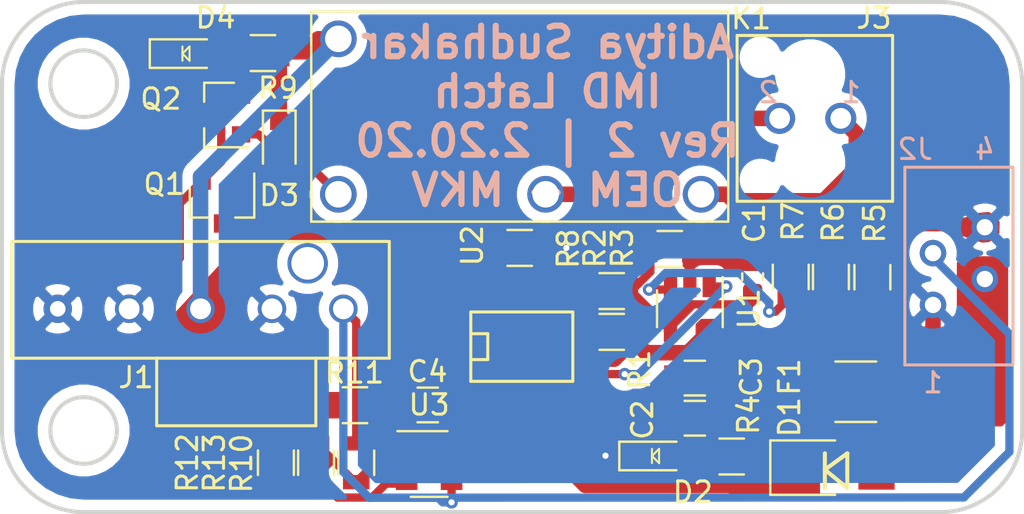
<source format=kicad_pcb>
(kicad_pcb (version 20171130) (host pcbnew 5.1.5-52549c5~84~ubuntu18.04.1)

  (general
    (thickness 1.6)
    (drawings 11)
    (tracks 201)
    (zones 0)
    (modules 31)
    (nets 24)
  )

  (page A4)
  (title_block
    (title "IMD Latch")
    (date 2020-01-03)
    (rev 1)
    (comment 1 "Aditya Sudhakar")
  )

  (layers
    (0 F.Cu signal)
    (31 B.Cu signal hide)
    (32 B.Adhes user)
    (33 F.Adhes user)
    (34 B.Paste user)
    (35 F.Paste user)
    (36 B.SilkS user)
    (37 F.SilkS user)
    (38 B.Mask user)
    (39 F.Mask user)
    (40 Dwgs.User user)
    (41 Cmts.User user)
    (42 Eco1.User user)
    (43 Eco2.User user)
    (44 Edge.Cuts user)
    (45 Margin user)
    (46 B.CrtYd user)
    (47 F.CrtYd user)
    (48 B.Fab user)
    (49 F.Fab user)
  )

  (setup
    (last_trace_width 0.4064)
    (user_trace_width 0.254)
    (user_trace_width 0.4064)
    (user_trace_width 0.762)
    (trace_clearance 0.1524)
    (zone_clearance 0.508)
    (zone_45_only yes)
    (trace_min 0.1524)
    (via_size 0.6096)
    (via_drill 0.3048)
    (via_min_size 0.6096)
    (via_min_drill 0.3048)
    (uvia_size 0.3)
    (uvia_drill 0.1)
    (uvias_allowed no)
    (uvia_min_size 0.2)
    (uvia_min_drill 0.1)
    (edge_width 0.05)
    (segment_width 0.2)
    (pcb_text_width 0.3)
    (pcb_text_size 1.5 1.5)
    (mod_edge_width 0.12)
    (mod_text_size 1 1)
    (mod_text_width 0.15)
    (pad_size 1.524 1.524)
    (pad_drill 0.762)
    (pad_to_mask_clearance 0.051)
    (solder_mask_min_width 0.25)
    (aux_axis_origin 0 0)
    (visible_elements FFFFFF7F)
    (pcbplotparams
      (layerselection 0x010fc_ffffffff)
      (usegerberextensions false)
      (usegerberattributes false)
      (usegerberadvancedattributes false)
      (creategerberjobfile false)
      (excludeedgelayer true)
      (linewidth 0.100000)
      (plotframeref false)
      (viasonmask false)
      (mode 1)
      (useauxorigin false)
      (hpglpennumber 1)
      (hpglpenspeed 20)
      (hpglpendiameter 15.000000)
      (psnegative false)
      (psa4output false)
      (plotreference true)
      (plotvalue true)
      (plotinvisibletext false)
      (padsonsilk false)
      (subtractmaskfromsilk false)
      (outputformat 1)
      (mirror false)
      (drillshape 1)
      (scaleselection 1)
      (outputdirectory ""))
  )

  (net 0 "")
  (net 1 "Net-(C1-Pad1)")
  (net 2 GND)
  (net 3 /12V_Fused)
  (net 4 +12V)
  (net 5 "Net-(D2-Pad2)")
  (net 6 "Net-(D3-Pad2)")
  (net 7 "Net-(D4-Pad1)")
  (net 8 "Net-(D4-Pad2)")
  (net 9 /IMD_Output)
  (net 10 "Net-(J3-Pad1)")
  (net 11 "Net-(J3-Pad2)")
  (net 12 /IMD_Status_Output)
  (net 13 "Net-(R1-Pad1)")
  (net 14 "Net-(R5-Pad1)")
  (net 15 "Net-(R11-Pad1)")
  (net 16 "Net-(R12-Pad1)")
  (net 17 "Net-(U2-Pad1)")
  (net 18 "Net-(U2-Pad2)")
  (net 19 "Net-(U2-Pad4)")
  (net 20 "Net-(U2-Pad9)")
  (net 21 "Net-(U2-Pad10)")
  (net 22 "Net-(R6-Pad1)")
  (net 23 "Net-(U1-Pad1)")

  (net_class Default "This is the default net class."
    (clearance 0.1524)
    (trace_width 0.1524)
    (via_dia 0.6096)
    (via_drill 0.3048)
    (uvia_dia 0.3)
    (uvia_drill 0.1)
    (add_net +12V)
    (add_net /12V_Fused)
    (add_net /IMD_Output)
    (add_net /IMD_Status_Output)
    (add_net GND)
    (add_net "Net-(C1-Pad1)")
    (add_net "Net-(D2-Pad2)")
    (add_net "Net-(D3-Pad2)")
    (add_net "Net-(D4-Pad1)")
    (add_net "Net-(D4-Pad2)")
    (add_net "Net-(J3-Pad1)")
    (add_net "Net-(J3-Pad2)")
    (add_net "Net-(R1-Pad1)")
    (add_net "Net-(R11-Pad1)")
    (add_net "Net-(R12-Pad1)")
    (add_net "Net-(R5-Pad1)")
    (add_net "Net-(R6-Pad1)")
    (add_net "Net-(U1-Pad1)")
    (add_net "Net-(U2-Pad1)")
    (add_net "Net-(U2-Pad10)")
    (add_net "Net-(U2-Pad2)")
    (add_net "Net-(U2-Pad4)")
    (add_net "Net-(U2-Pad9)")
  )

  (module footprints:SOT-23-5_OEM (layer F.Cu) (tedit 5C16AB4D) (tstamp 5E4FC0BD)
    (at 136.3 129.92)
    (descr "5-pin SOT23 package")
    (tags SOT-23-5)
    (path /5E54B457)
    (attr smd)
    (fp_text reference U3 (at 0 -2.9) (layer F.SilkS)
      (effects (font (size 1 1) (thickness 0.15)))
    )
    (fp_text value TLV3701QDBVRG4Q1 (at 0 2.9) (layer F.Fab) hide
      (effects (font (size 1 1) (thickness 0.15)))
    )
    (fp_line (start -0.9 1.61) (end 0.9 1.61) (layer F.SilkS) (width 0.12))
    (fp_line (start 0.9 -1.61) (end -1.55 -1.61) (layer F.SilkS) (width 0.12))
    (fp_line (start -1.9 -1.8) (end 1.9 -1.8) (layer F.CrtYd) (width 0.05))
    (fp_line (start 1.9 -1.8) (end 1.9 1.8) (layer F.CrtYd) (width 0.05))
    (fp_line (start 1.9 1.8) (end -1.9 1.8) (layer F.CrtYd) (width 0.05))
    (fp_line (start -1.9 1.8) (end -1.9 -1.8) (layer F.CrtYd) (width 0.05))
    (fp_line (start -0.9 -0.9) (end -0.25 -1.55) (layer F.Fab) (width 0.1))
    (fp_line (start 0.9 -1.55) (end -0.25 -1.55) (layer F.Fab) (width 0.1))
    (fp_line (start -0.9 -0.9) (end -0.9 1.55) (layer F.Fab) (width 0.1))
    (fp_line (start 0.9 1.55) (end -0.9 1.55) (layer F.Fab) (width 0.1))
    (fp_line (start 0.9 -1.55) (end 0.9 1.55) (layer F.Fab) (width 0.1))
    (pad 1 smd rect (at -1.1 -0.95) (size 1.06 0.65) (layers F.Cu F.Paste F.Mask)
      (net 19 "Net-(U2-Pad4)"))
    (pad 2 smd rect (at -1.1 0) (size 1.06 0.65) (layers F.Cu F.Paste F.Mask)
      (net 2 GND))
    (pad 3 smd rect (at -1.1 0.95) (size 1.06 0.65) (layers F.Cu F.Paste F.Mask)
      (net 16 "Net-(R12-Pad1)"))
    (pad 4 smd rect (at 1.1 0.95) (size 1.06 0.65) (layers F.Cu F.Paste F.Mask)
      (net 9 /IMD_Output))
    (pad 5 smd rect (at 1.1 -0.95) (size 1.06 0.65) (layers F.Cu F.Paste F.Mask)
      (net 3 /12V_Fused))
    (model "${LOCAL_DIR}/OEM_Preferred_Parts/3DModels/SOT-23-5(generic)/SOT-23-5(generic).step"
      (at (xyz 0 0 0))
      (scale (xyz 1 1 1))
      (rotate (xyz 0 0 0))
    )
  )

  (module footprints:SOT-23-5_OEM (layer F.Cu) (tedit 5C16AB4D) (tstamp 5E4FC067)
    (at 149.08 122.31 270)
    (descr "5-pin SOT23 package")
    (tags SOT-23-5)
    (path /5E532806)
    (attr smd)
    (fp_text reference U1 (at 0 -2.9 90) (layer F.SilkS)
      (effects (font (size 1 1) (thickness 0.15)))
    )
    (fp_text value TLV3701QDBVRG4Q1 (at 0 2.9 90) (layer F.Fab) hide
      (effects (font (size 1 1) (thickness 0.15)))
    )
    (fp_line (start -0.9 1.61) (end 0.9 1.61) (layer F.SilkS) (width 0.12))
    (fp_line (start 0.9 -1.61) (end -1.55 -1.61) (layer F.SilkS) (width 0.12))
    (fp_line (start -1.9 -1.8) (end 1.9 -1.8) (layer F.CrtYd) (width 0.05))
    (fp_line (start 1.9 -1.8) (end 1.9 1.8) (layer F.CrtYd) (width 0.05))
    (fp_line (start 1.9 1.8) (end -1.9 1.8) (layer F.CrtYd) (width 0.05))
    (fp_line (start -1.9 1.8) (end -1.9 -1.8) (layer F.CrtYd) (width 0.05))
    (fp_line (start -0.9 -0.9) (end -0.25 -1.55) (layer F.Fab) (width 0.1))
    (fp_line (start 0.9 -1.55) (end -0.25 -1.55) (layer F.Fab) (width 0.1))
    (fp_line (start -0.9 -0.9) (end -0.9 1.55) (layer F.Fab) (width 0.1))
    (fp_line (start 0.9 1.55) (end -0.9 1.55) (layer F.Fab) (width 0.1))
    (fp_line (start 0.9 -1.55) (end 0.9 1.55) (layer F.Fab) (width 0.1))
    (pad 1 smd rect (at -1.1 -0.95 270) (size 1.06 0.65) (layers F.Cu F.Paste F.Mask)
      (net 23 "Net-(U1-Pad1)"))
    (pad 2 smd rect (at -1.1 0 270) (size 1.06 0.65) (layers F.Cu F.Paste F.Mask)
      (net 2 GND))
    (pad 3 smd rect (at -1.1 0.95 270) (size 1.06 0.65) (layers F.Cu F.Paste F.Mask)
      (net 22 "Net-(R6-Pad1)"))
    (pad 4 smd rect (at 1.1 0.95 270) (size 1.06 0.65) (layers F.Cu F.Paste F.Mask)
      (net 1 "Net-(C1-Pad1)"))
    (pad 5 smd rect (at 1.1 -0.95 270) (size 1.06 0.65) (layers F.Cu F.Paste F.Mask)
      (net 3 /12V_Fused))
    (model "${LOCAL_DIR}/OEM_Preferred_Parts/3DModels/SOT-23-5(generic)/SOT-23-5(generic).step"
      (at (xyz 0 0 0))
      (scale (xyz 1 1 1))
      (rotate (xyz 0 0 0))
    )
  )

  (module footprints:R_0805_OEM (layer F.Cu) (tedit 5C3D844D) (tstamp 5E10468E)
    (at 145.2499 123.444)
    (descr "Resistor SMD 0805, reflow soldering, Vishay (see dcrcw.pdf)")
    (tags "resistor 0805")
    (path /5DE342A3)
    (attr smd)
    (fp_text reference R1 (at 1.3589 1.8542 90) (layer F.SilkS)
      (effects (font (size 1 1) (thickness 0.15)))
    )
    (fp_text value R_2.2K (at 0 1.75) (layer F.Fab) hide
      (effects (font (size 1 1) (thickness 0.15)))
    )
    (fp_line (start -1 0.62) (end -1 -0.62) (layer F.Fab) (width 0.1))
    (fp_line (start 1 0.62) (end -1 0.62) (layer F.Fab) (width 0.1))
    (fp_line (start 1 -0.62) (end 1 0.62) (layer F.Fab) (width 0.1))
    (fp_line (start -1 -0.62) (end 1 -0.62) (layer F.Fab) (width 0.1))
    (fp_line (start 0.6 0.88) (end -0.6 0.88) (layer F.SilkS) (width 0.12))
    (fp_line (start -0.6 -0.88) (end 0.6 -0.88) (layer F.SilkS) (width 0.12))
    (fp_line (start -1.55 -0.9) (end 1.55 -0.9) (layer F.CrtYd) (width 0.05))
    (fp_line (start -1.55 -0.9) (end -1.55 0.9) (layer F.CrtYd) (width 0.05))
    (fp_line (start 1.55 0.9) (end 1.55 -0.9) (layer F.CrtYd) (width 0.05))
    (fp_line (start 1.55 0.9) (end -1.55 0.9) (layer F.CrtYd) (width 0.05))
    (pad 1 smd rect (at -0.95 0) (size 0.7 1.3) (layers F.Cu F.Paste F.Mask)
      (net 13 "Net-(R1-Pad1)"))
    (pad 2 smd rect (at 0.95 0) (size 0.7 1.3) (layers F.Cu F.Paste F.Mask)
      (net 3 /12V_Fused))
    (model ${LOCAL_DIR}/OEM_Preferred_Parts/3DModels/R_0805_OEM/res0805.step
      (at (xyz 0 0 0))
      (scale (xyz 1 1 1))
      (rotate (xyz 0 0 0))
    )
    (model ${LOCAL_DIR}/OEM_Preferred_Parts/3DModels/R_0805_OEM/res0805.step
      (at (xyz 0 0 0))
      (scale (xyz 1 1 1))
      (rotate (xyz 0 0 0))
    )
  )

  (module footprints:C_0603_1608Metric (layer F.Cu) (tedit 5B301BBE) (tstamp 5E105948)
    (at 152.1587 120.7388 90)
    (descr "Capacitor SMD 0603 (1608 Metric), square (rectangular) end terminal, IPC_7351 nominal, (Body size source: http://www.tortai-tech.com/upload/download/2011102023233369053.pdf), generated with kicad-footprint-generator")
    (tags capacitor)
    (path /5DE6EA75)
    (attr smd)
    (fp_text reference C1 (at 2.6163 0.0762 90) (layer F.SilkS)
      (effects (font (size 1 1) (thickness 0.15)))
    )
    (fp_text value C_2.2uF (at 0 1.43 90) (layer F.Fab) hide
      (effects (font (size 1 1) (thickness 0.15)))
    )
    (fp_line (start -0.8 0.4) (end -0.8 -0.4) (layer F.Fab) (width 0.1))
    (fp_line (start -0.8 -0.4) (end 0.8 -0.4) (layer F.Fab) (width 0.1))
    (fp_line (start 0.8 -0.4) (end 0.8 0.4) (layer F.Fab) (width 0.1))
    (fp_line (start 0.8 0.4) (end -0.8 0.4) (layer F.Fab) (width 0.1))
    (fp_line (start -0.162779 -0.51) (end 0.162779 -0.51) (layer F.SilkS) (width 0.12))
    (fp_line (start -0.162779 0.51) (end 0.162779 0.51) (layer F.SilkS) (width 0.12))
    (fp_line (start -1.48 0.73) (end -1.48 -0.73) (layer F.CrtYd) (width 0.05))
    (fp_line (start -1.48 -0.73) (end 1.48 -0.73) (layer F.CrtYd) (width 0.05))
    (fp_line (start 1.48 -0.73) (end 1.48 0.73) (layer F.CrtYd) (width 0.05))
    (fp_line (start 1.48 0.73) (end -1.48 0.73) (layer F.CrtYd) (width 0.05))
    (fp_text user %R (at 0 0 90) (layer F.Fab) hide
      (effects (font (size 0.4 0.4) (thickness 0.06)))
    )
    (pad 1 smd roundrect (at -0.7875 0 90) (size 0.875 0.95) (layers F.Cu F.Paste F.Mask) (roundrect_rratio 0.25)
      (net 1 "Net-(C1-Pad1)"))
    (pad 2 smd roundrect (at 0.7875 0 90) (size 0.875 0.95) (layers F.Cu F.Paste F.Mask) (roundrect_rratio 0.25)
      (net 2 GND))
    (model ${KISYS3DMOD}/Capacitor_SMD.3dshapes/C_0603_1608Metric.wrl
      (at (xyz 0 0 0))
      (scale (xyz 1 1 1))
      (rotate (xyz 0 0 0))
    )
  )

  (module footprints:C_0805_OEM (layer F.Cu) (tedit 5C3D8347) (tstamp 5E10458E)
    (at 149.3223 127.6775 180)
    (descr "Capacitor SMD 0805, reflow soldering, AVX (see smccp.pdf)")
    (tags "capacitor 0805")
    (path /5DE9D456)
    (attr smd)
    (fp_text reference C2 (at 2.5654 -0.0762 90) (layer F.SilkS)
      (effects (font (size 1 1) (thickness 0.15)))
    )
    (fp_text value C_10uF_16V (at 0 1.75) (layer F.Fab) hide
      (effects (font (size 1 1) (thickness 0.15)))
    )
    (fp_line (start -1 0.62) (end -1 -0.62) (layer F.Fab) (width 0.1))
    (fp_line (start 1 0.62) (end -1 0.62) (layer F.Fab) (width 0.1))
    (fp_line (start 1 -0.62) (end 1 0.62) (layer F.Fab) (width 0.1))
    (fp_line (start -1 -0.62) (end 1 -0.62) (layer F.Fab) (width 0.1))
    (fp_line (start 0.5 -0.85) (end -0.5 -0.85) (layer F.SilkS) (width 0.12))
    (fp_line (start -0.5 0.85) (end 0.5 0.85) (layer F.SilkS) (width 0.12))
    (fp_line (start -1.75 -0.88) (end 1.75 -0.88) (layer F.CrtYd) (width 0.05))
    (fp_line (start -1.75 -0.88) (end -1.75 0.87) (layer F.CrtYd) (width 0.05))
    (fp_line (start 1.75 0.87) (end 1.75 -0.88) (layer F.CrtYd) (width 0.05))
    (fp_line (start 1.75 0.87) (end -1.75 0.87) (layer F.CrtYd) (width 0.05))
    (pad 1 smd rect (at -1 0 180) (size 1 1.25) (layers F.Cu F.Paste F.Mask)
      (net 3 /12V_Fused))
    (pad 2 smd rect (at 1 0 180) (size 1 1.25) (layers F.Cu F.Paste F.Mask)
      (net 2 GND))
    (model ${LOCAL_DIR}/OEM_Preferred_Parts/3DModels/C_0805_OEM/C_0805.step
      (at (xyz 0 0 0))
      (scale (xyz 1 1 1))
      (rotate (xyz 0 0 0))
    )
    (model ${LOCAL_DIR}/OEM_Preferred_Parts/3DModels/C_0805_OEM/C_0805.step
      (at (xyz 0 0 0))
      (scale (xyz 1 1 1))
      (rotate (xyz 0 0 0))
    )
  )

  (module footprints:DO-214AA (layer F.Cu) (tedit 5C16B7E3) (tstamp 5E106EBA)
    (at 156.1973 130.0988)
    (descr "http://www.diodes.com/datasheets/ap02001.pdf p.144")
    (tags "Diode SOD523")
    (path /5DEA1387)
    (attr smd)
    (fp_text reference D1 (at -2.2352 -2.4765 90) (layer F.SilkS)
      (effects (font (size 1 1) (thickness 0.15)))
    )
    (fp_text value D_Zener_18V (at 0 2.286) (layer F.Fab) hide
      (effects (font (size 1 1) (thickness 0.15)))
    )
    (fp_line (start 0.6 1) (end -0.5 0.1) (layer F.SilkS) (width 0.2))
    (fp_line (start 0.6 -0.7) (end 0.6 1) (layer F.SilkS) (width 0.2))
    (fp_line (start -0.5 0.1) (end 0.6 -0.7) (layer F.SilkS) (width 0.2))
    (fp_line (start -0.5 -0.7) (end -0.5 1) (layer F.SilkS) (width 0.2))
    (fp_line (start -3.175 -1.3335) (end -3.175 1.3335) (layer F.SilkS) (width 0.12))
    (fp_line (start 3.302 -1.4605) (end 3.302 1.4605) (layer F.CrtYd) (width 0.05))
    (fp_line (start -3.302 -1.4605) (end 3.302 -1.4605) (layer F.CrtYd) (width 0.05))
    (fp_line (start -3.302 -1.4605) (end -3.302 1.4605) (layer F.CrtYd) (width 0.05))
    (fp_line (start -3.302 1.4605) (end 3.302 1.4605) (layer F.CrtYd) (width 0.05))
    (fp_line (start 2.3749 -1.9685) (end 2.3749 1.9685) (layer F.Fab) (width 0.1))
    (fp_line (start -2.3749 -1.9685) (end 2.3749 -1.9685) (layer F.Fab) (width 0.1))
    (fp_line (start -2.3749 -1.9685) (end -2.3749 1.9685) (layer F.Fab) (width 0.1))
    (fp_line (start 2.3749 1.9685) (end -2.3749 1.9685) (layer F.Fab) (width 0.1))
    (fp_line (start -3.175 1.3335) (end 0 1.3335) (layer F.SilkS) (width 0.12))
    (fp_line (start -3.175 -1.3335) (end 0 -1.3335) (layer F.SilkS) (width 0.12))
    (pad 2 smd rect (at 2.032 0 180) (size 1.778 2.159) (layers F.Cu F.Paste F.Mask)
      (net 2 GND))
    (pad 1 smd rect (at -2.032 0 180) (size 1.778 2.159) (layers F.Cu F.Paste F.Mask)
      (net 3 /12V_Fused))
    (model ${LOCAL_DIR}/OEM_Preferred_Parts/3DModels/DO_214AA_OEM/DO_214AA.wrl
      (at (xyz 0 0 0))
      (scale (xyz 1 1 1))
      (rotate (xyz 0 0 0))
    )
  )

  (module footprints:LED_0805_OEM (layer F.Cu) (tedit 5C3D84D8) (tstamp 5E1045BC)
    (at 147.4216 129.5273)
    (descr "LED 0805 smd package")
    (tags "LED led 0805 SMD smd SMT smt smdled SMDLED smtled SMTLED")
    (path /5DE9BF36)
    (attr smd)
    (fp_text reference D2 (at 1.8034 1.7653) (layer F.SilkS)
      (effects (font (size 1 1) (thickness 0.15)))
    )
    (fp_text value LED_0805 (at 0.508 2.032) (layer F.Fab) hide
      (effects (font (size 1 1) (thickness 0.15)))
    )
    (fp_line (start -0.2 0.35) (end -0.2 0) (layer F.SilkS) (width 0.1))
    (fp_line (start -0.2 0) (end -0.2 -0.35) (layer F.SilkS) (width 0.1))
    (fp_line (start 0.15 0.35) (end -0.2 0) (layer F.SilkS) (width 0.1))
    (fp_line (start 0.15 0.3) (end 0.15 0.35) (layer F.SilkS) (width 0.1))
    (fp_line (start 0.15 0.35) (end 0.15 0.3) (layer F.SilkS) (width 0.1))
    (fp_line (start 0.15 -0.35) (end 0.15 0.3) (layer F.SilkS) (width 0.1))
    (fp_line (start 0.1 -0.3) (end 0.15 -0.35) (layer F.SilkS) (width 0.1))
    (fp_line (start -0.2 0) (end 0.1 -0.3) (layer F.SilkS) (width 0.1))
    (fp_line (start -1.8 -0.7) (end -1.8 0.7) (layer F.SilkS) (width 0.12))
    (fp_line (start 1 0.6) (end -1 0.6) (layer F.Fab) (width 0.1))
    (fp_line (start 1 -0.6) (end 1 0.6) (layer F.Fab) (width 0.1))
    (fp_line (start -1 -0.6) (end 1 -0.6) (layer F.Fab) (width 0.1))
    (fp_line (start -1 0.6) (end -1 -0.6) (layer F.Fab) (width 0.1))
    (fp_line (start -1.8 0.7) (end 1 0.7) (layer F.SilkS) (width 0.12))
    (fp_line (start -1.8 -0.7) (end 1 -0.7) (layer F.SilkS) (width 0.12))
    (fp_line (start 1.95 -0.85) (end 1.95 0.85) (layer F.CrtYd) (width 0.05))
    (fp_line (start 1.95 0.85) (end -1.95 0.85) (layer F.CrtYd) (width 0.05))
    (fp_line (start -1.95 0.85) (end -1.95 -0.85) (layer F.CrtYd) (width 0.05))
    (fp_line (start -1.95 -0.85) (end 1.95 -0.85) (layer F.CrtYd) (width 0.05))
    (pad 2 smd rect (at 1.1 0 180) (size 1.2 1.2) (layers F.Cu F.Paste F.Mask)
      (net 5 "Net-(D2-Pad2)"))
    (pad 1 smd rect (at -1.1 0 180) (size 1.2 1.2) (layers F.Cu F.Paste F.Mask)
      (net 2 GND))
    (model "${LOCAL_DIR}/OEM_Preferred_Parts/3DModels/LED_0805/LED 0805 Base GREEN001_sp.wrl"
      (at (xyz 0 0 0))
      (scale (xyz 1 1 1))
      (rotate (xyz 0 0 180))
    )
    (model "${LOCAL_DIR}/OEM_Preferred_Parts/3DModels/LED_0805/LED 0805 Base GREEN001_sp.step"
      (at (xyz 0 0 0))
      (scale (xyz 1 1 1))
      (rotate (xyz 0 0 0))
    )
  )

  (module footprints:D_0805_OEM (layer F.Cu) (tedit 5C16B918) (tstamp 5E1045D3)
    (at 128.9558 114.1984 270)
    (descr "Diode SMD in 0805 package http://datasheets.avx.com/schottky.pdf")
    (tags "smd diode")
    (path /5DEEC1F4)
    (attr smd)
    (fp_text reference D3 (at 2.5527 0) (layer F.SilkS)
      (effects (font (size 1 1) (thickness 0.15)))
    )
    (fp_text value D_Schottky_Small (at 0 1.7 90) (layer F.Fab) hide
      (effects (font (size 1 1) (thickness 0.15)))
    )
    (fp_line (start -1.6 -0.8) (end -1.6 0.8) (layer F.SilkS) (width 0.12))
    (fp_line (start -1.7 0.88) (end -1.7 -0.88) (layer F.CrtYd) (width 0.05))
    (fp_line (start 1.7 0.88) (end -1.7 0.88) (layer F.CrtYd) (width 0.05))
    (fp_line (start 1.7 -0.88) (end 1.7 0.88) (layer F.CrtYd) (width 0.05))
    (fp_line (start -1.7 -0.88) (end 1.7 -0.88) (layer F.CrtYd) (width 0.05))
    (fp_line (start 0.2 0) (end 0.4 0) (layer F.Fab) (width 0.1))
    (fp_line (start -0.1 0) (end -0.3 0) (layer F.Fab) (width 0.1))
    (fp_line (start -0.1 -0.2) (end -0.1 0.2) (layer F.Fab) (width 0.1))
    (fp_line (start 0.2 0.2) (end 0.2 -0.2) (layer F.Fab) (width 0.1))
    (fp_line (start -0.1 0) (end 0.2 0.2) (layer F.Fab) (width 0.1))
    (fp_line (start 0.2 -0.2) (end -0.1 0) (layer F.Fab) (width 0.1))
    (fp_line (start -1 0.65) (end -1 -0.65) (layer F.Fab) (width 0.1))
    (fp_line (start 1 0.65) (end -1 0.65) (layer F.Fab) (width 0.1))
    (fp_line (start 1 -0.65) (end 1 0.65) (layer F.Fab) (width 0.1))
    (fp_line (start -1 -0.65) (end 1 -0.65) (layer F.Fab) (width 0.1))
    (fp_line (start -1.6 0.8) (end 1 0.8) (layer F.SilkS) (width 0.12))
    (fp_line (start -1.6 -0.8) (end 1 -0.8) (layer F.SilkS) (width 0.12))
    (pad 1 smd rect (at -1.05 0 270) (size 0.8 0.9) (layers F.Cu F.Paste F.Mask)
      (net 3 /12V_Fused))
    (pad 2 smd rect (at 1.05 0 270) (size 0.8 0.9) (layers F.Cu F.Paste F.Mask)
      (net 6 "Net-(D3-Pad2)"))
    (model "${LOCAL_DIR}/OEM_Preferred_Parts/3DModels/LED_0805/LED 0805 Base GREEN001_sp.wrl"
      (at (xyz 0 0 0))
      (scale (xyz 1 1 1))
      (rotate (xyz 0 0 0))
    )
  )

  (module footprints:LED_0805_OEM (layer F.Cu) (tedit 5C3D84D8) (tstamp 5E1045EC)
    (at 124.4092 109.8042)
    (descr "LED 0805 smd package")
    (tags "LED led 0805 SMD smd SMT smt smdled SMDLED smtled SMTLED")
    (path /5DED63DE)
    (attr smd)
    (fp_text reference D4 (at 1.4224 -1.7526) (layer F.SilkS)
      (effects (font (size 1 1) (thickness 0.15)))
    )
    (fp_text value LED_0805 (at 0.508 2.032) (layer F.Fab) hide
      (effects (font (size 1 1) (thickness 0.15)))
    )
    (fp_line (start -1.95 -0.85) (end 1.95 -0.85) (layer F.CrtYd) (width 0.05))
    (fp_line (start -1.95 0.85) (end -1.95 -0.85) (layer F.CrtYd) (width 0.05))
    (fp_line (start 1.95 0.85) (end -1.95 0.85) (layer F.CrtYd) (width 0.05))
    (fp_line (start 1.95 -0.85) (end 1.95 0.85) (layer F.CrtYd) (width 0.05))
    (fp_line (start -1.8 -0.7) (end 1 -0.7) (layer F.SilkS) (width 0.12))
    (fp_line (start -1.8 0.7) (end 1 0.7) (layer F.SilkS) (width 0.12))
    (fp_line (start -1 0.6) (end -1 -0.6) (layer F.Fab) (width 0.1))
    (fp_line (start -1 -0.6) (end 1 -0.6) (layer F.Fab) (width 0.1))
    (fp_line (start 1 -0.6) (end 1 0.6) (layer F.Fab) (width 0.1))
    (fp_line (start 1 0.6) (end -1 0.6) (layer F.Fab) (width 0.1))
    (fp_line (start -1.8 -0.7) (end -1.8 0.7) (layer F.SilkS) (width 0.12))
    (fp_line (start -0.2 0) (end 0.1 -0.3) (layer F.SilkS) (width 0.1))
    (fp_line (start 0.1 -0.3) (end 0.15 -0.35) (layer F.SilkS) (width 0.1))
    (fp_line (start 0.15 -0.35) (end 0.15 0.3) (layer F.SilkS) (width 0.1))
    (fp_line (start 0.15 0.35) (end 0.15 0.3) (layer F.SilkS) (width 0.1))
    (fp_line (start 0.15 0.3) (end 0.15 0.35) (layer F.SilkS) (width 0.1))
    (fp_line (start 0.15 0.35) (end -0.2 0) (layer F.SilkS) (width 0.1))
    (fp_line (start -0.2 0) (end -0.2 -0.35) (layer F.SilkS) (width 0.1))
    (fp_line (start -0.2 0.35) (end -0.2 0) (layer F.SilkS) (width 0.1))
    (pad 1 smd rect (at -1.1 0 180) (size 1.2 1.2) (layers F.Cu F.Paste F.Mask)
      (net 7 "Net-(D4-Pad1)"))
    (pad 2 smd rect (at 1.1 0 180) (size 1.2 1.2) (layers F.Cu F.Paste F.Mask)
      (net 8 "Net-(D4-Pad2)"))
    (model "${LOCAL_DIR}/OEM_Preferred_Parts/3DModels/LED_0805/LED 0805 Base GREEN001_sp.wrl"
      (at (xyz 0 0 0))
      (scale (xyz 1 1 1))
      (rotate (xyz 0 0 180))
    )
    (model "${LOCAL_DIR}/OEM_Preferred_Parts/3DModels/LED_0805/LED 0805 Base GREEN001_sp.step"
      (at (xyz 0 0 0))
      (scale (xyz 1 1 1))
      (rotate (xyz 0 0 0))
    )
  )

  (module footprints:Fuse_1210 (layer F.Cu) (tedit 5C16ABC6) (tstamp 5E1045FC)
    (at 157.2133 126.3777 180)
    (descr "Resistor SMD 1210, reflow soldering, Vishay (see dcrcw.pdf)")
    (tags "resistor 1210")
    (path /5DE9DA77)
    (attr smd)
    (fp_text reference F1 (at 3.2512 0.7239 90) (layer F.SilkS)
      (effects (font (size 1 1) (thickness 0.15)))
    )
    (fp_text value F_500mA_16V (at 0 2.4) (layer F.Fab) hide
      (effects (font (size 1 1) (thickness 0.15)))
    )
    (fp_line (start -1.6 1.25) (end -1.6 -1.25) (layer F.Fab) (width 0.1))
    (fp_line (start 1.6 1.25) (end -1.6 1.25) (layer F.Fab) (width 0.1))
    (fp_line (start 1.6 -1.25) (end 1.6 1.25) (layer F.Fab) (width 0.1))
    (fp_line (start -1.6 -1.25) (end 1.6 -1.25) (layer F.Fab) (width 0.1))
    (fp_line (start 1 1.48) (end -1 1.48) (layer F.SilkS) (width 0.12))
    (fp_line (start -1 -1.48) (end 1 -1.48) (layer F.SilkS) (width 0.12))
    (fp_line (start -2.15 -1.5) (end 2.15 -1.5) (layer F.CrtYd) (width 0.05))
    (fp_line (start -2.15 -1.5) (end -2.15 1.5) (layer F.CrtYd) (width 0.05))
    (fp_line (start 2.15 1.5) (end 2.15 -1.5) (layer F.CrtYd) (width 0.05))
    (fp_line (start 2.15 1.5) (end -2.15 1.5) (layer F.CrtYd) (width 0.05))
    (pad 1 smd rect (at -1.45 0 180) (size 0.9 2.5) (layers F.Cu F.Paste F.Mask)
      (net 4 +12V))
    (pad 2 smd rect (at 1.45 0 180) (size 0.9 2.5) (layers F.Cu F.Paste F.Mask)
      (net 3 /12V_Fused))
    (model ${LOCAL_DIR}/OEM_Preferred_Parts/3DModels/Fuse_1210_OEM/Fuse1210.wrl
      (at (xyz 0 0 0))
      (scale (xyz 1 1 1))
      (rotate (xyz 0 0 0))
    )
  )

  (module footprints:Ultrafit_5 (layer F.Cu) (tedit 5C9D72DE) (tstamp 5E1085DE)
    (at 126.8476 122.3137 90)
    (path /5DE61DDC)
    (fp_text reference J1 (at -3.3655 -4.9149) (layer F.SilkS)
      (effects (font (size 1 1) (thickness 0.15)))
    )
    (fp_text value UF_5_VT (at 4.572 0.508) (layer F.Fab) hide
      (effects (font (size 1 1) (thickness 0.15)))
    )
    (fp_line (start -5.588 -3.81) (end -2.54 -3.81) (layer F.Fab) (width 0.15))
    (fp_line (start -2.54 -3.81) (end -2.54 3.81) (layer F.Fab) (width 0.15))
    (fp_line (start -2.54 3.81) (end -5.588 3.81) (layer F.Fab) (width 0.15))
    (fp_line (start -5.588 3.81) (end -5.588 -3.81) (layer F.Fab) (width 0.15))
    (fp_text user "6.55mm Clearance" (at -4.07 0) (layer F.Fab) hide
      (effects (font (size 0.5 0.5) (thickness 0.08)))
    )
    (fp_line (start -2.42 -3.9) (end -5.73 -3.9) (layer F.SilkS) (width 0.15))
    (fp_line (start -5.73 -3.9) (end -5.73 3.9) (layer F.SilkS) (width 0.15))
    (fp_line (start -5.73 3.9) (end -2.42 3.9) (layer F.SilkS) (width 0.15))
    (fp_line (start -2.42 7.5) (end 3.302 7.5) (layer F.SilkS) (width 0.15))
    (fp_line (start -2.42 -11) (end 3.302 -11) (layer F.SilkS) (width 0.15))
    (fp_line (start -2.42 7.5) (end -2.42 -11) (layer F.SilkS) (width 0.15))
    (fp_line (start 3.302 7.5) (end 3.302 -11) (layer F.SilkS) (width 0.15))
    (pad 2 thru_hole circle (at 0 1.75 90) (size 1.397 1.397) (drill 1.02) (layers *.Cu *.Mask)
      (net 2 GND))
    (pad 1 thru_hole circle (at 0 5.25 90) (size 1.397 1.397) (drill 1.02) (layers *.Cu *.Mask)
      (net 9 /IMD_Output))
    (pad "" thru_hole circle (at 2.23 3.5 90) (size 1.981 1.981) (drill 1.6) (layers *.Cu *.Mask))
    (pad 3 thru_hole circle (at 0 -1.75 270) (size 1.397 1.397) (drill 1.02) (layers *.Cu *.Mask)
      (net 3 /12V_Fused))
    (pad 4 thru_hole circle (at 0 -5.25 270) (size 1.397 1.397) (drill 1.02) (layers *.Cu *.Mask)
      (net 2 GND))
    (pad 5 thru_hole circle (at 0 -8.75 90) (size 1.397 1.397) (drill 0.762) (layers *.Cu *.Mask)
      (net 2 GND))
    (model ${LOCAL_DIR}/OEM_Preferred_Parts/3DModels/Ultrafit-5/COMPOUND_sp.step
      (at (xyz 0 0 0))
      (scale (xyz 1 1 1))
      (rotate (xyz 0 0 0))
    )
  )

  (module footprints:micromatch_female_ra_4 (layer B.Cu) (tedit 59EE8038) (tstamp 5E104620)
    (at 160.9979 117.0432)
    (path /5DE95A3D)
    (fp_text reference J2 (at -0.8763 -2.5527) (layer B.SilkS)
      (effects (font (size 1 1) (thickness 0.15)) (justify mirror))
    )
    (fp_text value MM_F_RA_04 (at 6.35 1.27 270) (layer B.Fab) hide
      (effects (font (size 1 1) (thickness 0.15)) (justify mirror))
    )
    (fp_text user 4 (at 2.54 -2.54) (layer B.SilkS)
      (effects (font (size 1 1) (thickness 0.15)) (justify mirror))
    )
    (fp_text user 1 (at 0 8.89) (layer B.SilkS)
      (effects (font (size 1 1) (thickness 0.15)) (justify mirror))
    )
    (fp_line (start -1.38 -1.67) (end 3.92 -1.67) (layer B.SilkS) (width 0.15))
    (fp_line (start -1.38 8.02) (end 3.92 8.02) (layer B.SilkS) (width 0.15))
    (fp_line (start -1.38 -1.67) (end -1.38 8.02) (layer B.SilkS) (width 0.15))
    (fp_line (start 3.92 -1.67) (end 3.92 8.02) (layer B.SilkS) (width 0.15))
    (pad 3 thru_hole circle (at 0 2.54) (size 1.3 1.3) (drill 0.8) (layers *.Cu *.Mask)
      (net 9 /IMD_Output))
    (pad 1 thru_hole circle (at 0 5.08) (size 1.3 1.3) (drill 0.8) (layers *.Cu *.Mask)
      (net 2 GND))
    (pad 2 thru_hole circle (at 2.54 3.81) (size 1.3 1.3) (drill 0.8) (layers *.Cu *.Mask)
      (net 4 +12V))
    (pad 4 thru_hole circle (at 2.54 1.27) (size 1.3 1.3) (drill 0.8) (layers *.Cu *.Mask)
      (net 2 GND))
  )

  (module footprints:MicroFit_V_2 (layer F.Cu) (tedit 5CAFF1EE) (tstamp 5E104630)
    (at 156.4767 112.9792 90)
    (path /5DF02E66)
    (fp_text reference J3 (at 4.9149 1.6256) (layer F.SilkS)
      (effects (font (size 1 1) (thickness 0.15)))
    )
    (fp_text value MicroFit_V_2 (at 5.588 -9.652 90) (layer F.Fab) hide
      (effects (font (size 1 1) (thickness 0.15)))
    )
    (fp_line (start -4.064 -5.08) (end 4.064 -5.08) (layer F.SilkS) (width 0.15))
    (fp_line (start 4.064 -5.08) (end 4.064 2.54) (layer F.SilkS) (width 0.15))
    (fp_line (start 4.064 2.54) (end -4.064 2.54) (layer F.SilkS) (width 0.15))
    (fp_line (start -4.064 2.54) (end -4.064 -5.08) (layer F.SilkS) (width 0.15))
    (fp_text user 1 (at 1.27 0.508) (layer B.SilkS)
      (effects (font (size 1 1) (thickness 0.15)) (justify mirror))
    )
    (fp_text user 2 (at 1.27 -3.556) (layer B.SilkS)
      (effects (font (size 1 1) (thickness 0.15)) (justify mirror))
    )
    (pad 1 thru_hole circle (at 0 0 90) (size 1.524 1.524) (drill 1.016) (layers *.Cu *.Mask)
      (net 10 "Net-(J3-Pad1)"))
    (pad 2 thru_hole circle (at 0 -2.9972 90) (size 1.524 1.524) (drill 1.016) (layers *.Cu *.Mask)
      (net 11 "Net-(J3-Pad2)"))
    (pad "" np_thru_hole circle (at 2.159 -1.4986 90) (size 2.413 2.413) (drill 2.413) (layers *.Cu *.Mask))
    (pad "" np_thru_hole circle (at -2.159 -1.4986 90) (size 2.413 2.413) (drill 2.413) (layers *.Cu *.Mask))
    (pad "" np_thru_hole circle (at -2.9972 -3.937 90) (size 1.016 1.016) (drill 1.016) (layers *.Cu *.Mask))
    (pad "" np_thru_hole circle (at 2.9972 -3.937 90) (size 1.016 1.016) (drill 1.016) (layers *.Cu *.Mask))
    (model ${LOCAL_DIR}/OEM_Preferred_Parts/3DModels/MicroFit_V_2/MicroFit_V_2.stp
      (offset (xyz 0 1.473199977874756 5.079999923706055))
      (scale (xyz 1 1 1))
      (rotate (xyz 0 0 0))
    )
  )

  (module footprints:Relay_SPST_OMRON-G5Q-1A4_OEM (layer F.Cu) (tedit 5C9D72AF) (tstamp 5E104656)
    (at 131.8514 116.7003)
    (descr "Relay SPST-NO Omron Serie G5Q")
    (tags "Relay SPST-NO Omron Serie G5Q")
    (path /5DEEB87A)
    (fp_text reference K1 (at 20.2311 -8.6106 180) (layer F.SilkS)
      (effects (font (size 1 1) (thickness 0.15)))
    )
    (fp_text value G5Q-1A4-DC5-5V (at 8.8 3) (layer F.Fab) hide
      (effects (font (size 1 1) (thickness 0.15)))
    )
    (fp_text user %R (at 9.6 -4.5) (layer F.Fab) hide
      (effects (font (size 1 1) (thickness 0.15)))
    )
    (fp_line (start 0 -1) (end 0 -6.5) (layer F.Fab) (width 0.1))
    (fp_line (start 18.96 -8.81) (end 18.96 1.19) (layer F.Fab) (width 0.1))
    (fp_line (start 18.96 1.19) (end -1.18 1.19) (layer F.Fab) (width 0.1))
    (fp_line (start -1.18 1.19) (end -1.18 -8.81) (layer F.Fab) (width 0.1))
    (fp_line (start -1.18 -8.81) (end 18.96 -8.81) (layer F.Fab) (width 0.1))
    (fp_line (start -1.45 -9.05) (end 19.2 -9.05) (layer F.CrtYd) (width 0.05))
    (fp_line (start 19.2 -9.05) (end 19.2 1.45) (layer F.CrtYd) (width 0.05))
    (fp_line (start 19.2 1.45) (end -1.45 1.45) (layer F.CrtYd) (width 0.05))
    (fp_line (start -1.45 1.45) (end -1.45 -9.05) (layer F.CrtYd) (width 0.05))
    (fp_line (start 15.24 -3.81) (end 18.03 -5.21) (layer F.Fab) (width 0.12))
    (fp_line (start 17.78 -1.27) (end 17.78 -2.54) (layer F.Fab) (width 0.12))
    (fp_line (start 10.16 -1.27) (end 10.16 -3.81) (layer F.Fab) (width 0.12))
    (fp_line (start 10.16 -3.81) (end 15.24 -3.81) (layer F.Fab) (width 0.12))
    (fp_line (start 2.03 -3.05) (end 3.05 -4.06) (layer F.Fab) (width 0.12))
    (fp_line (start 2.54 -7.62) (end 1.27 -7.62) (layer F.Fab) (width 0.12))
    (fp_line (start 2.54 -4.83) (end 2.54 -7.62) (layer F.Fab) (width 0.12))
    (fp_line (start 2.54 0) (end 2.54 -2.29) (layer F.Fab) (width 0.12))
    (fp_line (start 1.27 0) (end 2.54 0) (layer F.Fab) (width 0.12))
    (fp_line (start 2.54 -2.29) (end 2.03 -2.29) (layer F.Fab) (width 0.12))
    (fp_line (start 2.03 -2.29) (end 2.03 -4.83) (layer F.Fab) (width 0.12))
    (fp_line (start 2.03 -4.83) (end 2.54 -4.83) (layer F.Fab) (width 0.12))
    (fp_line (start 2.54 -4.83) (end 3.05 -4.83) (layer F.Fab) (width 0.12))
    (fp_line (start 3.05 -4.83) (end 3.05 -2.29) (layer F.Fab) (width 0.12))
    (fp_line (start 3.05 -2.29) (end 2.54 -2.29) (layer F.Fab) (width 0.12))
    (fp_line (start -1.33 1.34) (end 19.11 1.34) (layer F.SilkS) (width 0.12))
    (fp_line (start 19.11 1.34) (end 19.11 -8.96) (layer F.SilkS) (width 0.12))
    (fp_line (start -1.33 1.34) (end -1.33 -8.96) (layer F.SilkS) (width 0.12))
    (fp_line (start -1.33 -8.96) (end 19.11 -8.96) (layer F.SilkS) (width 0.12))
    (fp_circle (center 15.24 -3.81) (end 15.24 -3.68) (layer F.Fab) (width 0.12))
    (pad 1 thru_hole circle (at 0 0 180) (size 1.8 1.8) (drill 1.3) (layers *.Cu *.Mask)
      (net 6 "Net-(D3-Pad2)"))
    (pad 2 thru_hole circle (at 10.16 0 180) (size 1.8 1.8) (drill 1.3) (layers *.Cu *.Mask)
      (net 11 "Net-(J3-Pad2)"))
    (pad 3 thru_hole circle (at 17.78 0 180) (size 1.8 1.8) (drill 1.3) (layers *.Cu *.Mask)
      (net 10 "Net-(J3-Pad1)"))
    (pad 5 thru_hole circle (at 0 -7.62 180) (size 1.8 1.8) (drill 1.3) (layers *.Cu *.Mask)
      (net 3 /12V_Fused))
    (model ${LOCAL_DIR}/OEM_Preferred_Parts/3DModels/G5Q_OEM/G5Q.step
      (at (xyz 0 0 0))
      (scale (xyz 1 1 1))
      (rotate (xyz 0 0 0))
    )
  )

  (module footprints:SOT-23F (layer F.Cu) (tedit 5C16B7BE) (tstamp 5E10466A)
    (at 126.1491 117.0813 270)
    (descr "SOT-23, Standard")
    (tags SOT-23)
    (path /5DEDBBE2)
    (attr smd)
    (fp_text reference Q1 (at -0.8763 2.8448) (layer F.SilkS)
      (effects (font (size 1 1) (thickness 0.15)))
    )
    (fp_text value SSM3K333R (at 0 2.5 90) (layer F.Fab) hide
      (effects (font (size 1 1) (thickness 0.15)))
    )
    (fp_line (start 0.76 1.58) (end -0.7 1.58) (layer F.SilkS) (width 0.12))
    (fp_line (start 0.76 -1.58) (end -1.4 -1.58) (layer F.SilkS) (width 0.12))
    (fp_line (start -1.7 1.75) (end -1.7 -1.75) (layer F.CrtYd) (width 0.05))
    (fp_line (start 1.7 1.75) (end -1.7 1.75) (layer F.CrtYd) (width 0.05))
    (fp_line (start 1.7 -1.75) (end 1.7 1.75) (layer F.CrtYd) (width 0.05))
    (fp_line (start -1.7 -1.75) (end 1.7 -1.75) (layer F.CrtYd) (width 0.05))
    (fp_line (start 0.76 -1.58) (end 0.76 -0.65) (layer F.SilkS) (width 0.12))
    (fp_line (start 0.76 1.58) (end 0.76 0.65) (layer F.SilkS) (width 0.12))
    (fp_line (start -0.7 1.52) (end 0.7 1.52) (layer F.Fab) (width 0.1))
    (fp_line (start 0.7 -1.52) (end 0.7 1.52) (layer F.Fab) (width 0.1))
    (fp_line (start -0.7 -0.95) (end -0.15 -1.52) (layer F.Fab) (width 0.1))
    (fp_line (start -0.15 -1.52) (end 0.7 -1.52) (layer F.Fab) (width 0.1))
    (fp_line (start -0.7 -0.95) (end -0.7 1.5) (layer F.Fab) (width 0.1))
    (pad 3 smd rect (at 1.05 0 270) (size 0.9 0.8) (layers F.Cu F.Paste F.Mask)
      (net 6 "Net-(D3-Pad2)"))
    (pad 2 smd rect (at -1.05 0.95 270) (size 0.9 0.8) (layers F.Cu F.Paste F.Mask)
      (net 2 GND))
    (pad 1 smd rect (at -1.05 -0.95 270) (size 0.9 0.8) (layers F.Cu F.Paste F.Mask)
      (net 12 /IMD_Status_Output))
    (model ${LOCAL_DIR}/OEM_Preferred_Parts/3DModels/SOT-23_OEM/SOT-23.wrl
      (at (xyz 0 0 0))
      (scale (xyz 1 1 1))
      (rotate (xyz 0 0 0))
    )
  )

  (module footprints:SOT-23F (layer F.Cu) (tedit 5C16B7BE) (tstamp 5E10467E)
    (at 126.0348 112.8141 180)
    (descr "SOT-23, Standard")
    (tags SOT-23)
    (path /5DED4AB9)
    (attr smd)
    (fp_text reference Q2 (at 2.8829 0.7874) (layer F.SilkS)
      (effects (font (size 1 1) (thickness 0.15)))
    )
    (fp_text value SSM3K333R (at 0 2.5) (layer F.Fab) hide
      (effects (font (size 1 1) (thickness 0.15)))
    )
    (fp_line (start -0.7 -0.95) (end -0.7 1.5) (layer F.Fab) (width 0.1))
    (fp_line (start -0.15 -1.52) (end 0.7 -1.52) (layer F.Fab) (width 0.1))
    (fp_line (start -0.7 -0.95) (end -0.15 -1.52) (layer F.Fab) (width 0.1))
    (fp_line (start 0.7 -1.52) (end 0.7 1.52) (layer F.Fab) (width 0.1))
    (fp_line (start -0.7 1.52) (end 0.7 1.52) (layer F.Fab) (width 0.1))
    (fp_line (start 0.76 1.58) (end 0.76 0.65) (layer F.SilkS) (width 0.12))
    (fp_line (start 0.76 -1.58) (end 0.76 -0.65) (layer F.SilkS) (width 0.12))
    (fp_line (start -1.7 -1.75) (end 1.7 -1.75) (layer F.CrtYd) (width 0.05))
    (fp_line (start 1.7 -1.75) (end 1.7 1.75) (layer F.CrtYd) (width 0.05))
    (fp_line (start 1.7 1.75) (end -1.7 1.75) (layer F.CrtYd) (width 0.05))
    (fp_line (start -1.7 1.75) (end -1.7 -1.75) (layer F.CrtYd) (width 0.05))
    (fp_line (start 0.76 -1.58) (end -1.4 -1.58) (layer F.SilkS) (width 0.12))
    (fp_line (start 0.76 1.58) (end -0.7 1.58) (layer F.SilkS) (width 0.12))
    (pad 1 smd rect (at -1.05 -0.95 180) (size 0.9 0.8) (layers F.Cu F.Paste F.Mask)
      (net 12 /IMD_Status_Output))
    (pad 2 smd rect (at -1.05 0.95 180) (size 0.9 0.8) (layers F.Cu F.Paste F.Mask)
      (net 2 GND))
    (pad 3 smd rect (at 1.05 0 180) (size 0.9 0.8) (layers F.Cu F.Paste F.Mask)
      (net 7 "Net-(D4-Pad1)"))
    (model ${LOCAL_DIR}/OEM_Preferred_Parts/3DModels/SOT-23_OEM/SOT-23.wrl
      (at (xyz 0 0 0))
      (scale (xyz 1 1 1))
      (rotate (xyz 0 0 0))
    )
  )

  (module footprints:R_0805_OEM (layer F.Cu) (tedit 5C3D844D) (tstamp 5E10469E)
    (at 145.2499 121.44375 180)
    (descr "Resistor SMD 0805, reflow soldering, Vishay (see dcrcw.pdf)")
    (tags "resistor 0805")
    (path /5DE346DA)
    (attr smd)
    (fp_text reference R2 (at 0.8255 2.10185 90) (layer F.SilkS)
      (effects (font (size 1 1) (thickness 0.15)))
    )
    (fp_text value R_300K (at 0 1.75) (layer F.Fab) hide
      (effects (font (size 1 1) (thickness 0.15)))
    )
    (fp_line (start 1.55 0.9) (end -1.55 0.9) (layer F.CrtYd) (width 0.05))
    (fp_line (start 1.55 0.9) (end 1.55 -0.9) (layer F.CrtYd) (width 0.05))
    (fp_line (start -1.55 -0.9) (end -1.55 0.9) (layer F.CrtYd) (width 0.05))
    (fp_line (start -1.55 -0.9) (end 1.55 -0.9) (layer F.CrtYd) (width 0.05))
    (fp_line (start -0.6 -0.88) (end 0.6 -0.88) (layer F.SilkS) (width 0.12))
    (fp_line (start 0.6 0.88) (end -0.6 0.88) (layer F.SilkS) (width 0.12))
    (fp_line (start -1 -0.62) (end 1 -0.62) (layer F.Fab) (width 0.1))
    (fp_line (start 1 -0.62) (end 1 0.62) (layer F.Fab) (width 0.1))
    (fp_line (start 1 0.62) (end -1 0.62) (layer F.Fab) (width 0.1))
    (fp_line (start -1 0.62) (end -1 -0.62) (layer F.Fab) (width 0.1))
    (pad 2 smd rect (at 0.95 0 180) (size 0.7 1.3) (layers F.Cu F.Paste F.Mask)
      (net 13 "Net-(R1-Pad1)"))
    (pad 1 smd rect (at -0.95 0 180) (size 0.7 1.3) (layers F.Cu F.Paste F.Mask)
      (net 1 "Net-(C1-Pad1)"))
    (model ${LOCAL_DIR}/OEM_Preferred_Parts/3DModels/R_0805_OEM/res0805.step
      (at (xyz 0 0 0))
      (scale (xyz 1 1 1))
      (rotate (xyz 0 0 0))
    )
    (model ${LOCAL_DIR}/OEM_Preferred_Parts/3DModels/R_0805_OEM/res0805.step
      (at (xyz 0 0 0))
      (scale (xyz 1 1 1))
      (rotate (xyz 0 0 0))
    )
  )

  (module footprints:R_0805_OEM (layer F.Cu) (tedit 5C3D844D) (tstamp 5E1046AE)
    (at 148.0947 119.38 180)
    (descr "Resistor SMD 0805, reflow soldering, Vishay (see dcrcw.pdf)")
    (tags "resistor 0805")
    (path /5DE34F28)
    (attr smd)
    (fp_text reference R3 (at 2.3241 0.0381 270) (layer F.SilkS)
      (effects (font (size 1 1) (thickness 0.15)))
    )
    (fp_text value R_604K (at 0 1.75) (layer F.Fab) hide
      (effects (font (size 1 1) (thickness 0.15)))
    )
    (fp_line (start -1 0.62) (end -1 -0.62) (layer F.Fab) (width 0.1))
    (fp_line (start 1 0.62) (end -1 0.62) (layer F.Fab) (width 0.1))
    (fp_line (start 1 -0.62) (end 1 0.62) (layer F.Fab) (width 0.1))
    (fp_line (start -1 -0.62) (end 1 -0.62) (layer F.Fab) (width 0.1))
    (fp_line (start 0.6 0.88) (end -0.6 0.88) (layer F.SilkS) (width 0.12))
    (fp_line (start -0.6 -0.88) (end 0.6 -0.88) (layer F.SilkS) (width 0.12))
    (fp_line (start -1.55 -0.9) (end 1.55 -0.9) (layer F.CrtYd) (width 0.05))
    (fp_line (start -1.55 -0.9) (end -1.55 0.9) (layer F.CrtYd) (width 0.05))
    (fp_line (start 1.55 0.9) (end 1.55 -0.9) (layer F.CrtYd) (width 0.05))
    (fp_line (start 1.55 0.9) (end -1.55 0.9) (layer F.CrtYd) (width 0.05))
    (pad 1 smd rect (at -0.95 0 180) (size 0.7 1.3) (layers F.Cu F.Paste F.Mask)
      (net 2 GND))
    (pad 2 smd rect (at 0.95 0 180) (size 0.7 1.3) (layers F.Cu F.Paste F.Mask)
      (net 1 "Net-(C1-Pad1)"))
    (model ${LOCAL_DIR}/OEM_Preferred_Parts/3DModels/R_0805_OEM/res0805.step
      (at (xyz 0 0 0))
      (scale (xyz 1 1 1))
      (rotate (xyz 0 0 0))
    )
    (model ${LOCAL_DIR}/OEM_Preferred_Parts/3DModels/R_0805_OEM/res0805.step
      (at (xyz 0 0 0))
      (scale (xyz 1 1 1))
      (rotate (xyz 0 0 0))
    )
  )

  (module footprints:R_0805_OEM (layer F.Cu) (tedit 5C3D844D) (tstamp 5E1046BE)
    (at 151.13 129.5527 180)
    (descr "Resistor SMD 0805, reflow soldering, Vishay (see dcrcw.pdf)")
    (tags "resistor 0805")
    (path /5DE9CE8D)
    (attr smd)
    (fp_text reference R4 (at -0.8255 2.0447 270) (layer F.SilkS)
      (effects (font (size 1 1) (thickness 0.15)))
    )
    (fp_text value R_1K (at 0 1.75) (layer F.Fab) hide
      (effects (font (size 1 1) (thickness 0.15)))
    )
    (fp_line (start -1 0.62) (end -1 -0.62) (layer F.Fab) (width 0.1))
    (fp_line (start 1 0.62) (end -1 0.62) (layer F.Fab) (width 0.1))
    (fp_line (start 1 -0.62) (end 1 0.62) (layer F.Fab) (width 0.1))
    (fp_line (start -1 -0.62) (end 1 -0.62) (layer F.Fab) (width 0.1))
    (fp_line (start 0.6 0.88) (end -0.6 0.88) (layer F.SilkS) (width 0.12))
    (fp_line (start -0.6 -0.88) (end 0.6 -0.88) (layer F.SilkS) (width 0.12))
    (fp_line (start -1.55 -0.9) (end 1.55 -0.9) (layer F.CrtYd) (width 0.05))
    (fp_line (start -1.55 -0.9) (end -1.55 0.9) (layer F.CrtYd) (width 0.05))
    (fp_line (start 1.55 0.9) (end 1.55 -0.9) (layer F.CrtYd) (width 0.05))
    (fp_line (start 1.55 0.9) (end -1.55 0.9) (layer F.CrtYd) (width 0.05))
    (pad 1 smd rect (at -0.95 0 180) (size 0.7 1.3) (layers F.Cu F.Paste F.Mask)
      (net 3 /12V_Fused))
    (pad 2 smd rect (at 0.95 0 180) (size 0.7 1.3) (layers F.Cu F.Paste F.Mask)
      (net 5 "Net-(D2-Pad2)"))
    (model ${LOCAL_DIR}/OEM_Preferred_Parts/3DModels/R_0805_OEM/res0805.step
      (at (xyz 0 0 0))
      (scale (xyz 1 1 1))
      (rotate (xyz 0 0 0))
    )
    (model ${LOCAL_DIR}/OEM_Preferred_Parts/3DModels/R_0805_OEM/res0805.step
      (at (xyz 0 0 0))
      (scale (xyz 1 1 1))
      (rotate (xyz 0 0 0))
    )
  )

  (module footprints:R_0805_OEM (layer F.Cu) (tedit 5C3D844D) (tstamp 5E105DEC)
    (at 158.0261 120.7643 270)
    (descr "Resistor SMD 0805, reflow soldering, Vishay (see dcrcw.pdf)")
    (tags "resistor 0805")
    (path /5DE30363)
    (attr smd)
    (fp_text reference R5 (at -2.6416 -0.1016 90) (layer F.SilkS)
      (effects (font (size 1 1) (thickness 0.15)))
    )
    (fp_text value R_1K (at 0 1.75 90) (layer F.Fab) hide
      (effects (font (size 1 1) (thickness 0.15)))
    )
    (fp_line (start -1 0.62) (end -1 -0.62) (layer F.Fab) (width 0.1))
    (fp_line (start 1 0.62) (end -1 0.62) (layer F.Fab) (width 0.1))
    (fp_line (start 1 -0.62) (end 1 0.62) (layer F.Fab) (width 0.1))
    (fp_line (start -1 -0.62) (end 1 -0.62) (layer F.Fab) (width 0.1))
    (fp_line (start 0.6 0.88) (end -0.6 0.88) (layer F.SilkS) (width 0.12))
    (fp_line (start -0.6 -0.88) (end 0.6 -0.88) (layer F.SilkS) (width 0.12))
    (fp_line (start -1.55 -0.9) (end 1.55 -0.9) (layer F.CrtYd) (width 0.05))
    (fp_line (start -1.55 -0.9) (end -1.55 0.9) (layer F.CrtYd) (width 0.05))
    (fp_line (start 1.55 0.9) (end 1.55 -0.9) (layer F.CrtYd) (width 0.05))
    (fp_line (start 1.55 0.9) (end -1.55 0.9) (layer F.CrtYd) (width 0.05))
    (pad 1 smd rect (at -0.95 0 270) (size 0.7 1.3) (layers F.Cu F.Paste F.Mask)
      (net 14 "Net-(R5-Pad1)"))
    (pad 2 smd rect (at 0.95 0 270) (size 0.7 1.3) (layers F.Cu F.Paste F.Mask)
      (net 3 /12V_Fused))
    (model ${LOCAL_DIR}/OEM_Preferred_Parts/3DModels/R_0805_OEM/res0805.step
      (at (xyz 0 0 0))
      (scale (xyz 1 1 1))
      (rotate (xyz 0 0 0))
    )
    (model ${LOCAL_DIR}/OEM_Preferred_Parts/3DModels/R_0805_OEM/res0805.step
      (at (xyz 0 0 0))
      (scale (xyz 1 1 1))
      (rotate (xyz 0 0 0))
    )
  )

  (module footprints:R_0805_OEM (layer F.Cu) (tedit 5C3D844D) (tstamp 5E1046DE)
    (at 155.9941 120.7516 90)
    (descr "Resistor SMD 0805, reflow soldering, Vishay (see dcrcw.pdf)")
    (tags "resistor 0805")
    (path /5DE30A48)
    (attr smd)
    (fp_text reference R6 (at 2.667 0.1016 90) (layer F.SilkS)
      (effects (font (size 1 1) (thickness 0.15)))
    )
    (fp_text value R_120K (at 0 1.75 90) (layer F.Fab) hide
      (effects (font (size 1 1) (thickness 0.15)))
    )
    (fp_line (start 1.55 0.9) (end -1.55 0.9) (layer F.CrtYd) (width 0.05))
    (fp_line (start 1.55 0.9) (end 1.55 -0.9) (layer F.CrtYd) (width 0.05))
    (fp_line (start -1.55 -0.9) (end -1.55 0.9) (layer F.CrtYd) (width 0.05))
    (fp_line (start -1.55 -0.9) (end 1.55 -0.9) (layer F.CrtYd) (width 0.05))
    (fp_line (start -0.6 -0.88) (end 0.6 -0.88) (layer F.SilkS) (width 0.12))
    (fp_line (start 0.6 0.88) (end -0.6 0.88) (layer F.SilkS) (width 0.12))
    (fp_line (start -1 -0.62) (end 1 -0.62) (layer F.Fab) (width 0.1))
    (fp_line (start 1 -0.62) (end 1 0.62) (layer F.Fab) (width 0.1))
    (fp_line (start 1 0.62) (end -1 0.62) (layer F.Fab) (width 0.1))
    (fp_line (start -1 0.62) (end -1 -0.62) (layer F.Fab) (width 0.1))
    (pad 2 smd rect (at 0.95 0 90) (size 0.7 1.3) (layers F.Cu F.Paste F.Mask)
      (net 14 "Net-(R5-Pad1)"))
    (pad 1 smd rect (at -0.95 0 90) (size 0.7 1.3) (layers F.Cu F.Paste F.Mask)
      (net 22 "Net-(R6-Pad1)"))
    (model ${LOCAL_DIR}/OEM_Preferred_Parts/3DModels/R_0805_OEM/res0805.step
      (at (xyz 0 0 0))
      (scale (xyz 1 1 1))
      (rotate (xyz 0 0 0))
    )
    (model ${LOCAL_DIR}/OEM_Preferred_Parts/3DModels/R_0805_OEM/res0805.step
      (at (xyz 0 0 0))
      (scale (xyz 1 1 1))
      (rotate (xyz 0 0 0))
    )
  )

  (module footprints:R_0805_OEM (layer F.Cu) (tedit 5C3D844D) (tstamp 5E1046EE)
    (at 154.0256 120.7516 90)
    (descr "Resistor SMD 0805, reflow soldering, Vishay (see dcrcw.pdf)")
    (tags "resistor 0805")
    (path /5DE66D2E)
    (attr smd)
    (fp_text reference R7 (at 2.7178 0.1016 90) (layer F.SilkS)
      (effects (font (size 1 1) (thickness 0.15)))
    )
    (fp_text value R_1.82M (at 0 1.75 90) (layer F.Fab) hide
      (effects (font (size 1 1) (thickness 0.15)))
    )
    (fp_line (start 1.55 0.9) (end -1.55 0.9) (layer F.CrtYd) (width 0.05))
    (fp_line (start 1.55 0.9) (end 1.55 -0.9) (layer F.CrtYd) (width 0.05))
    (fp_line (start -1.55 -0.9) (end -1.55 0.9) (layer F.CrtYd) (width 0.05))
    (fp_line (start -1.55 -0.9) (end 1.55 -0.9) (layer F.CrtYd) (width 0.05))
    (fp_line (start -0.6 -0.88) (end 0.6 -0.88) (layer F.SilkS) (width 0.12))
    (fp_line (start 0.6 0.88) (end -0.6 0.88) (layer F.SilkS) (width 0.12))
    (fp_line (start -1 -0.62) (end 1 -0.62) (layer F.Fab) (width 0.1))
    (fp_line (start 1 -0.62) (end 1 0.62) (layer F.Fab) (width 0.1))
    (fp_line (start 1 0.62) (end -1 0.62) (layer F.Fab) (width 0.1))
    (fp_line (start -1 0.62) (end -1 -0.62) (layer F.Fab) (width 0.1))
    (pad 2 smd rect (at 0.95 0 90) (size 0.7 1.3) (layers F.Cu F.Paste F.Mask)
      (net 2 GND))
    (pad 1 smd rect (at -0.95 0 90) (size 0.7 1.3) (layers F.Cu F.Paste F.Mask)
      (net 22 "Net-(R6-Pad1)"))
    (model ${LOCAL_DIR}/OEM_Preferred_Parts/3DModels/R_0805_OEM/res0805.step
      (at (xyz 0 0 0))
      (scale (xyz 1 1 1))
      (rotate (xyz 0 0 0))
    )
    (model ${LOCAL_DIR}/OEM_Preferred_Parts/3DModels/R_0805_OEM/res0805.step
      (at (xyz 0 0 0))
      (scale (xyz 1 1 1))
      (rotate (xyz 0 0 0))
    )
  )

  (module footprints:R_0805_OEM (layer F.Cu) (tedit 5C3D844D) (tstamp 5E1046FE)
    (at 140.7414 119.3292)
    (descr "Resistor SMD 0805, reflow soldering, Vishay (see dcrcw.pdf)")
    (tags "resistor 0805")
    (path /5DECDDA6)
    (attr smd)
    (fp_text reference R8 (at 2.3749 0.0381 270) (layer F.SilkS)
      (effects (font (size 1 1) (thickness 0.15)))
    )
    (fp_text value R_604K (at 0 1.75) (layer F.Fab) hide
      (effects (font (size 1 1) (thickness 0.15)))
    )
    (fp_line (start -1 0.62) (end -1 -0.62) (layer F.Fab) (width 0.1))
    (fp_line (start 1 0.62) (end -1 0.62) (layer F.Fab) (width 0.1))
    (fp_line (start 1 -0.62) (end 1 0.62) (layer F.Fab) (width 0.1))
    (fp_line (start -1 -0.62) (end 1 -0.62) (layer F.Fab) (width 0.1))
    (fp_line (start 0.6 0.88) (end -0.6 0.88) (layer F.SilkS) (width 0.12))
    (fp_line (start -0.6 -0.88) (end 0.6 -0.88) (layer F.SilkS) (width 0.12))
    (fp_line (start -1.55 -0.9) (end 1.55 -0.9) (layer F.CrtYd) (width 0.05))
    (fp_line (start -1.55 -0.9) (end -1.55 0.9) (layer F.CrtYd) (width 0.05))
    (fp_line (start 1.55 0.9) (end 1.55 -0.9) (layer F.CrtYd) (width 0.05))
    (fp_line (start 1.55 0.9) (end -1.55 0.9) (layer F.CrtYd) (width 0.05))
    (pad 1 smd rect (at -0.95 0) (size 0.7 1.3) (layers F.Cu F.Paste F.Mask)
      (net 12 /IMD_Status_Output))
    (pad 2 smd rect (at 0.95 0) (size 0.7 1.3) (layers F.Cu F.Paste F.Mask)
      (net 2 GND))
    (model ${LOCAL_DIR}/OEM_Preferred_Parts/3DModels/R_0805_OEM/res0805.step
      (at (xyz 0 0 0))
      (scale (xyz 1 1 1))
      (rotate (xyz 0 0 0))
    )
    (model ${LOCAL_DIR}/OEM_Preferred_Parts/3DModels/R_0805_OEM/res0805.step
      (at (xyz 0 0 0))
      (scale (xyz 1 1 1))
      (rotate (xyz 0 0 0))
    )
  )

  (module footprints:R_0805_OEM (layer F.Cu) (tedit 5C3D844D) (tstamp 5E1084BB)
    (at 128.1557 109.7788 180)
    (descr "Resistor SMD 0805, reflow soldering, Vishay (see dcrcw.pdf)")
    (tags "resistor 0805")
    (path /5DED6DC7)
    (attr smd)
    (fp_text reference R9 (at -0.7366 -1.7145) (layer F.SilkS)
      (effects (font (size 1 1) (thickness 0.15)))
    )
    (fp_text value R_1K (at 0 1.75) (layer F.Fab) hide
      (effects (font (size 1 1) (thickness 0.15)))
    )
    (fp_line (start 1.55 0.9) (end -1.55 0.9) (layer F.CrtYd) (width 0.05))
    (fp_line (start 1.55 0.9) (end 1.55 -0.9) (layer F.CrtYd) (width 0.05))
    (fp_line (start -1.55 -0.9) (end -1.55 0.9) (layer F.CrtYd) (width 0.05))
    (fp_line (start -1.55 -0.9) (end 1.55 -0.9) (layer F.CrtYd) (width 0.05))
    (fp_line (start -0.6 -0.88) (end 0.6 -0.88) (layer F.SilkS) (width 0.12))
    (fp_line (start 0.6 0.88) (end -0.6 0.88) (layer F.SilkS) (width 0.12))
    (fp_line (start -1 -0.62) (end 1 -0.62) (layer F.Fab) (width 0.1))
    (fp_line (start 1 -0.62) (end 1 0.62) (layer F.Fab) (width 0.1))
    (fp_line (start 1 0.62) (end -1 0.62) (layer F.Fab) (width 0.1))
    (fp_line (start -1 0.62) (end -1 -0.62) (layer F.Fab) (width 0.1))
    (pad 2 smd rect (at 0.95 0 180) (size 0.7 1.3) (layers F.Cu F.Paste F.Mask)
      (net 8 "Net-(D4-Pad2)"))
    (pad 1 smd rect (at -0.95 0 180) (size 0.7 1.3) (layers F.Cu F.Paste F.Mask)
      (net 3 /12V_Fused))
    (model ${LOCAL_DIR}/OEM_Preferred_Parts/3DModels/R_0805_OEM/res0805.step
      (at (xyz 0 0 0))
      (scale (xyz 1 1 1))
      (rotate (xyz 0 0 0))
    )
    (model ${LOCAL_DIR}/OEM_Preferred_Parts/3DModels/R_0805_OEM/res0805.step
      (at (xyz 0 0 0))
      (scale (xyz 1 1 1))
      (rotate (xyz 0 0 0))
    )
  )

  (module footprints:R_0805_OEM (layer F.Cu) (tedit 5C3D844D) (tstamp 5E10471E)
    (at 132.7277 129.86 270)
    (descr "Resistor SMD 0805, reflow soldering, Vishay (see dcrcw.pdf)")
    (tags "resistor 0805")
    (path /5DEA1AC3)
    (attr smd)
    (fp_text reference R10 (at 0.0356 5.6261 90) (layer F.SilkS)
      (effects (font (size 1 1) (thickness 0.15)))
    )
    (fp_text value R_2.2K (at 0 1.75 90) (layer F.Fab) hide
      (effects (font (size 1 1) (thickness 0.15)))
    )
    (fp_line (start -1 0.62) (end -1 -0.62) (layer F.Fab) (width 0.1))
    (fp_line (start 1 0.62) (end -1 0.62) (layer F.Fab) (width 0.1))
    (fp_line (start 1 -0.62) (end 1 0.62) (layer F.Fab) (width 0.1))
    (fp_line (start -1 -0.62) (end 1 -0.62) (layer F.Fab) (width 0.1))
    (fp_line (start 0.6 0.88) (end -0.6 0.88) (layer F.SilkS) (width 0.12))
    (fp_line (start -0.6 -0.88) (end 0.6 -0.88) (layer F.SilkS) (width 0.12))
    (fp_line (start -1.55 -0.9) (end 1.55 -0.9) (layer F.CrtYd) (width 0.05))
    (fp_line (start -1.55 -0.9) (end -1.55 0.9) (layer F.CrtYd) (width 0.05))
    (fp_line (start 1.55 0.9) (end 1.55 -0.9) (layer F.CrtYd) (width 0.05))
    (fp_line (start 1.55 0.9) (end -1.55 0.9) (layer F.CrtYd) (width 0.05))
    (pad 1 smd rect (at -0.95 0 270) (size 0.7 1.3) (layers F.Cu F.Paste F.Mask)
      (net 9 /IMD_Output))
    (pad 2 smd rect (at 0.95 0 270) (size 0.7 1.3) (layers F.Cu F.Paste F.Mask)
      (net 2 GND))
    (model ${LOCAL_DIR}/OEM_Preferred_Parts/3DModels/R_0805_OEM/res0805.step
      (at (xyz 0 0 0))
      (scale (xyz 1 1 1))
      (rotate (xyz 0 0 0))
    )
    (model ${LOCAL_DIR}/OEM_Preferred_Parts/3DModels/R_0805_OEM/res0805.step
      (at (xyz 0 0 0))
      (scale (xyz 1 1 1))
      (rotate (xyz 0 0 0))
    )
  )

  (module footprints:R_0805_OEM (layer F.Cu) (tedit 5C3D844D) (tstamp 5E10472E)
    (at 132.6642 127.0381)
    (descr "Resistor SMD 0805, reflow soldering, Vishay (see dcrcw.pdf)")
    (tags "resistor 0805")
    (path /5E173A0C)
    (attr smd)
    (fp_text reference R11 (at -0.0254 -1.5875) (layer F.SilkS)
      (effects (font (size 1 1) (thickness 0.15)))
    )
    (fp_text value R_2.2K (at 0 1.75) (layer F.Fab) hide
      (effects (font (size 1 1) (thickness 0.15)))
    )
    (fp_line (start 1.55 0.9) (end -1.55 0.9) (layer F.CrtYd) (width 0.05))
    (fp_line (start 1.55 0.9) (end 1.55 -0.9) (layer F.CrtYd) (width 0.05))
    (fp_line (start -1.55 -0.9) (end -1.55 0.9) (layer F.CrtYd) (width 0.05))
    (fp_line (start -1.55 -0.9) (end 1.55 -0.9) (layer F.CrtYd) (width 0.05))
    (fp_line (start -0.6 -0.88) (end 0.6 -0.88) (layer F.SilkS) (width 0.12))
    (fp_line (start 0.6 0.88) (end -0.6 0.88) (layer F.SilkS) (width 0.12))
    (fp_line (start -1 -0.62) (end 1 -0.62) (layer F.Fab) (width 0.1))
    (fp_line (start 1 -0.62) (end 1 0.62) (layer F.Fab) (width 0.1))
    (fp_line (start 1 0.62) (end -1 0.62) (layer F.Fab) (width 0.1))
    (fp_line (start -1 0.62) (end -1 -0.62) (layer F.Fab) (width 0.1))
    (pad 2 smd rect (at 0.95 0) (size 0.7 1.3) (layers F.Cu F.Paste F.Mask)
      (net 3 /12V_Fused))
    (pad 1 smd rect (at -0.95 0) (size 0.7 1.3) (layers F.Cu F.Paste F.Mask)
      (net 15 "Net-(R11-Pad1)"))
    (model ${LOCAL_DIR}/OEM_Preferred_Parts/3DModels/R_0805_OEM/res0805.step
      (at (xyz 0 0 0))
      (scale (xyz 1 1 1))
      (rotate (xyz 0 0 0))
    )
    (model ${LOCAL_DIR}/OEM_Preferred_Parts/3DModels/R_0805_OEM/res0805.step
      (at (xyz 0 0 0))
      (scale (xyz 1 1 1))
      (rotate (xyz 0 0 0))
    )
  )

  (module footprints:R_0805_OEM (layer F.Cu) (tedit 5C3D844D) (tstamp 5E10473E)
    (at 128.7907 129.8575 90)
    (descr "Resistor SMD 0805, reflow soldering, Vishay (see dcrcw.pdf)")
    (tags "resistor 0805")
    (path /5E173A02)
    (attr smd)
    (fp_text reference R12 (at -0.0127 -4.3434 90) (layer F.SilkS)
      (effects (font (size 1 1) (thickness 0.15)))
    )
    (fp_text value R_300K (at 0 1.75 90) (layer F.Fab) hide
      (effects (font (size 1 1) (thickness 0.15)))
    )
    (fp_line (start -1 0.62) (end -1 -0.62) (layer F.Fab) (width 0.1))
    (fp_line (start 1 0.62) (end -1 0.62) (layer F.Fab) (width 0.1))
    (fp_line (start 1 -0.62) (end 1 0.62) (layer F.Fab) (width 0.1))
    (fp_line (start -1 -0.62) (end 1 -0.62) (layer F.Fab) (width 0.1))
    (fp_line (start 0.6 0.88) (end -0.6 0.88) (layer F.SilkS) (width 0.12))
    (fp_line (start -0.6 -0.88) (end 0.6 -0.88) (layer F.SilkS) (width 0.12))
    (fp_line (start -1.55 -0.9) (end 1.55 -0.9) (layer F.CrtYd) (width 0.05))
    (fp_line (start -1.55 -0.9) (end -1.55 0.9) (layer F.CrtYd) (width 0.05))
    (fp_line (start 1.55 0.9) (end 1.55 -0.9) (layer F.CrtYd) (width 0.05))
    (fp_line (start 1.55 0.9) (end -1.55 0.9) (layer F.CrtYd) (width 0.05))
    (pad 1 smd rect (at -0.95 0 90) (size 0.7 1.3) (layers F.Cu F.Paste F.Mask)
      (net 16 "Net-(R12-Pad1)"))
    (pad 2 smd rect (at 0.95 0 90) (size 0.7 1.3) (layers F.Cu F.Paste F.Mask)
      (net 15 "Net-(R11-Pad1)"))
    (model ${LOCAL_DIR}/OEM_Preferred_Parts/3DModels/R_0805_OEM/res0805.step
      (at (xyz 0 0 0))
      (scale (xyz 1 1 1))
      (rotate (xyz 0 0 0))
    )
    (model ${LOCAL_DIR}/OEM_Preferred_Parts/3DModels/R_0805_OEM/res0805.step
      (at (xyz 0 0 0))
      (scale (xyz 1 1 1))
      (rotate (xyz 0 0 0))
    )
  )

  (module footprints:R_0805_OEM (layer F.Cu) (tedit 5C3D844D) (tstamp 5E10474E)
    (at 130.7592 129.8575 270)
    (descr "Resistor SMD 0805, reflow soldering, Vishay (see dcrcw.pdf)")
    (tags "resistor 0805")
    (path /5E1739F9)
    (attr smd)
    (fp_text reference R13 (at 0.0127 4.9911 90) (layer F.SilkS)
      (effects (font (size 1 1) (thickness 0.15)))
    )
    (fp_text value R_604K (at 0 1.75 90) (layer F.Fab) hide
      (effects (font (size 1 1) (thickness 0.15)))
    )
    (fp_line (start 1.55 0.9) (end -1.55 0.9) (layer F.CrtYd) (width 0.05))
    (fp_line (start 1.55 0.9) (end 1.55 -0.9) (layer F.CrtYd) (width 0.05))
    (fp_line (start -1.55 -0.9) (end -1.55 0.9) (layer F.CrtYd) (width 0.05))
    (fp_line (start -1.55 -0.9) (end 1.55 -0.9) (layer F.CrtYd) (width 0.05))
    (fp_line (start -0.6 -0.88) (end 0.6 -0.88) (layer F.SilkS) (width 0.12))
    (fp_line (start 0.6 0.88) (end -0.6 0.88) (layer F.SilkS) (width 0.12))
    (fp_line (start -1 -0.62) (end 1 -0.62) (layer F.Fab) (width 0.1))
    (fp_line (start 1 -0.62) (end 1 0.62) (layer F.Fab) (width 0.1))
    (fp_line (start 1 0.62) (end -1 0.62) (layer F.Fab) (width 0.1))
    (fp_line (start -1 0.62) (end -1 -0.62) (layer F.Fab) (width 0.1))
    (pad 2 smd rect (at 0.95 0 270) (size 0.7 1.3) (layers F.Cu F.Paste F.Mask)
      (net 16 "Net-(R12-Pad1)"))
    (pad 1 smd rect (at -0.95 0 270) (size 0.7 1.3) (layers F.Cu F.Paste F.Mask)
      (net 2 GND))
    (model ${LOCAL_DIR}/OEM_Preferred_Parts/3DModels/R_0805_OEM/res0805.step
      (at (xyz 0 0 0))
      (scale (xyz 1 1 1))
      (rotate (xyz 0 0 0))
    )
    (model ${LOCAL_DIR}/OEM_Preferred_Parts/3DModels/R_0805_OEM/res0805.step
      (at (xyz 0 0 0))
      (scale (xyz 1 1 1))
      (rotate (xyz 0 0 0))
    )
  )

  (module footprints:TSSOP-16-OEM (layer F.Cu) (tedit 5A077EB6) (tstamp 5E104784)
    (at 140.843 124.1679)
    (path /5E1ED57B)
    (attr smd)
    (fp_text reference U2 (at -2.4257 -4.953 270) (layer F.SilkS)
      (effects (font (size 1 1) (thickness 0.15)))
    )
    (fp_text value CD4043BPWR (at 0.381 -1.905) (layer F.Fab) hide
      (effects (font (size 1 1) (thickness 0.15)))
    )
    (fp_line (start -1.8 0.5) (end -2.4 0.5) (layer F.Fab) (width 0.1))
    (fp_line (start -1.8 -0.55) (end -1.8 0.5) (layer F.Fab) (width 0.1))
    (fp_line (start -2.35 -0.55) (end -1.8 -0.55) (layer F.Fab) (width 0.1))
    (fp_line (start -2.4 -1.6) (end 2.4 -1.6) (layer F.Fab) (width 0.1))
    (fp_line (start -2.4 1.6) (end -2.4 -1.6) (layer F.Fab) (width 0.1))
    (fp_line (start 2.4 1.6) (end -2.4 1.6) (layer F.Fab) (width 0.1))
    (fp_line (start 2.4 -1.6) (end 2.4 1.6) (layer F.Fab) (width 0.1))
    (fp_line (start 2.5 -1.7) (end -2.5 -1.7) (layer F.SilkS) (width 0.15))
    (fp_line (start -2.5 1.7) (end -2.5 -1.7) (layer F.SilkS) (width 0.15))
    (fp_line (start -2.43 -0.635) (end -1.668 -0.635) (layer F.SilkS) (width 0.15))
    (fp_line (start -1.668 -0.635) (end -1.668 0.635) (layer F.SilkS) (width 0.15))
    (fp_line (start -1.668 0.635) (end -2.43 0.635) (layer F.SilkS) (width 0.15))
    (fp_line (start 2.5 1.7) (end 2.5 -1.7) (layer F.SilkS) (width 0.15))
    (fp_line (start 2.5 1.7) (end -2.5 1.7) (layer F.SilkS) (width 0.15))
    (pad 1 smd rect (at -2.275 2.8) (size 0.35 1.6) (layers F.Cu F.Paste F.Mask)
      (net 17 "Net-(U2-Pad1)"))
    (pad 2 smd rect (at -1.625 2.8) (size 0.35 1.6) (layers F.Cu F.Paste F.Mask)
      (net 18 "Net-(U2-Pad2)"))
    (pad 3 smd rect (at -0.975 2.8) (size 0.35 1.6) (layers F.Cu F.Paste F.Mask)
      (net 23 "Net-(U1-Pad1)"))
    (pad 4 smd rect (at -0.325 2.8) (size 0.35 1.6) (layers F.Cu F.Paste F.Mask)
      (net 19 "Net-(U2-Pad4)"))
    (pad 5 smd rect (at 0.325 2.8) (size 0.35 1.6) (layers F.Cu F.Paste F.Mask)
      (net 3 /12V_Fused))
    (pad 6 smd rect (at 0.975 2.8) (size 0.35 1.6) (layers F.Cu F.Paste F.Mask)
      (net 2 GND))
    (pad 7 smd rect (at 1.625 2.8) (size 0.35 1.6) (layers F.Cu F.Paste F.Mask)
      (net 2 GND))
    (pad 8 smd rect (at 2.275 2.8) (size 0.35 1.6) (layers F.Cu F.Paste F.Mask)
      (net 2 GND))
    (pad 9 smd rect (at 2.275 -2.8) (size 0.35 1.6) (layers F.Cu F.Paste F.Mask)
      (net 20 "Net-(U2-Pad9)"))
    (pad 10 smd rect (at 1.625 -2.8) (size 0.35 1.6) (layers F.Cu F.Paste F.Mask)
      (net 21 "Net-(U2-Pad10)"))
    (pad 11 smd rect (at 0.975 -2.8) (size 0.35 1.6) (layers F.Cu F.Paste F.Mask)
      (net 2 GND))
    (pad 12 smd rect (at 0.325 -2.8) (size 0.35 1.6) (layers F.Cu F.Paste F.Mask)
      (net 2 GND))
    (pad 13 smd rect (at -0.325 -2.8) (size 0.35 1.6) (layers F.Cu F.Paste F.Mask)
      (net 12 /IMD_Status_Output))
    (pad 14 smd rect (at -0.975 -2.8) (size 0.35 1.6) (layers F.Cu F.Paste F.Mask)
      (net 2 GND))
    (pad 15 smd rect (at -1.625 -2.8) (size 0.35 1.6) (layers F.Cu F.Paste F.Mask)
      (net 2 GND))
    (pad 16 smd rect (at -2.275 -2.8) (size 0.35 1.6) (layers F.Cu F.Paste F.Mask)
      (net 3 /12V_Fused))
    (model /home/josh/Formula/OEM_Preferred_Parts/3DModels/TSSOP-16_OEM/TSSOP_16.wrl
      (at (xyz 0 0 0))
      (scale (xyz 1 1 1))
      (rotate (xyz 0 0 0))
    )
  )

  (module footprints:C_0805_OEM (layer F.Cu) (tedit 5C3D8347) (tstamp 5E105B37)
    (at 149.3223 125.709)
    (descr "Capacitor SMD 0805, reflow soldering, AVX (see smccp.pdf)")
    (tags "capacitor 0805")
    (path /5E24B59E)
    (attr smd)
    (fp_text reference C3 (at 2.7686 -0.0508 90) (layer F.SilkS)
      (effects (font (size 1 1) (thickness 0.15)))
    )
    (fp_text value C_0.1uF (at 0 1.75) (layer F.Fab) hide
      (effects (font (size 1 1) (thickness 0.15)))
    )
    (fp_line (start -1 0.62) (end -1 -0.62) (layer F.Fab) (width 0.1))
    (fp_line (start 1 0.62) (end -1 0.62) (layer F.Fab) (width 0.1))
    (fp_line (start 1 -0.62) (end 1 0.62) (layer F.Fab) (width 0.1))
    (fp_line (start -1 -0.62) (end 1 -0.62) (layer F.Fab) (width 0.1))
    (fp_line (start 0.5 -0.85) (end -0.5 -0.85) (layer F.SilkS) (width 0.12))
    (fp_line (start -0.5 0.85) (end 0.5 0.85) (layer F.SilkS) (width 0.12))
    (fp_line (start -1.75 -0.88) (end 1.75 -0.88) (layer F.CrtYd) (width 0.05))
    (fp_line (start -1.75 -0.88) (end -1.75 0.87) (layer F.CrtYd) (width 0.05))
    (fp_line (start 1.75 0.87) (end 1.75 -0.88) (layer F.CrtYd) (width 0.05))
    (fp_line (start 1.75 0.87) (end -1.75 0.87) (layer F.CrtYd) (width 0.05))
    (pad 1 smd rect (at -1 0) (size 1 1.25) (layers F.Cu F.Paste F.Mask)
      (net 2 GND))
    (pad 2 smd rect (at 1 0) (size 1 1.25) (layers F.Cu F.Paste F.Mask)
      (net 3 /12V_Fused))
    (model ${LOCAL_DIR}/OEM_Preferred_Parts/3DModels/C_0805_OEM/C_0805.step
      (at (xyz 0 0 0))
      (scale (xyz 1 1 1))
      (rotate (xyz 0 0 0))
    )
    (model ${LOCAL_DIR}/OEM_Preferred_Parts/3DModels/C_0805_OEM/C_0805.step
      (at (xyz 0 0 0))
      (scale (xyz 1 1 1))
      (rotate (xyz 0 0 0))
    )
  )

  (module footprints:C_0805_OEM (layer F.Cu) (tedit 5C3D8347) (tstamp 5E1058C9)
    (at 136.2329 127.0254)
    (descr "Capacitor SMD 0805, reflow soldering, AVX (see smccp.pdf)")
    (tags "capacitor 0805")
    (path /5E259A2A)
    (attr smd)
    (fp_text reference C4 (at -0.0127 -1.6383 180) (layer F.SilkS)
      (effects (font (size 1 1) (thickness 0.15)))
    )
    (fp_text value C_0.1uF (at 0 1.75) (layer F.Fab) hide
      (effects (font (size 1 1) (thickness 0.15)))
    )
    (fp_line (start 1.75 0.87) (end -1.75 0.87) (layer F.CrtYd) (width 0.05))
    (fp_line (start 1.75 0.87) (end 1.75 -0.88) (layer F.CrtYd) (width 0.05))
    (fp_line (start -1.75 -0.88) (end -1.75 0.87) (layer F.CrtYd) (width 0.05))
    (fp_line (start -1.75 -0.88) (end 1.75 -0.88) (layer F.CrtYd) (width 0.05))
    (fp_line (start -0.5 0.85) (end 0.5 0.85) (layer F.SilkS) (width 0.12))
    (fp_line (start 0.5 -0.85) (end -0.5 -0.85) (layer F.SilkS) (width 0.12))
    (fp_line (start -1 -0.62) (end 1 -0.62) (layer F.Fab) (width 0.1))
    (fp_line (start 1 -0.62) (end 1 0.62) (layer F.Fab) (width 0.1))
    (fp_line (start 1 0.62) (end -1 0.62) (layer F.Fab) (width 0.1))
    (fp_line (start -1 0.62) (end -1 -0.62) (layer F.Fab) (width 0.1))
    (pad 2 smd rect (at 1 0) (size 1 1.25) (layers F.Cu F.Paste F.Mask)
      (net 3 /12V_Fused))
    (pad 1 smd rect (at -1 0) (size 1 1.25) (layers F.Cu F.Paste F.Mask)
      (net 2 GND))
    (model ${LOCAL_DIR}/OEM_Preferred_Parts/3DModels/C_0805_OEM/C_0805.step
      (at (xyz 0 0 0))
      (scale (xyz 1 1 1))
      (rotate (xyz 0 0 0))
    )
    (model ${LOCAL_DIR}/OEM_Preferred_Parts/3DModels/C_0805_OEM/C_0805.step
      (at (xyz 0 0 0))
      (scale (xyz 1 1 1))
      (rotate (xyz 0 0 0))
    )
  )

  (gr_text "Aditya Sudhakar\nIMD Latch\nRev 2 | 2.20.20\nOEM - MKV" (at 142.1003 112.8776) (layer B.SilkS)
    (effects (font (size 1.5 1.5) (thickness 0.3)) (justify mirror))
  )
  (gr_circle (center 119.3673 111.2774) (end 119.3673 109.64545) (layer Edge.Cuts) (width 0.2) (tstamp 5E1000E5))
  (gr_arc (start 161.3673 111.2774) (end 165.3673 111.2774) (angle -90) (layer Edge.Cuts) (width 0.2) (tstamp 5E1000E4))
  (gr_line (start 165.3673 111.2774) (end 165.3673 128.2774) (layer Edge.Cuts) (width 0.2) (tstamp 5E1000E3))
  (gr_arc (start 119.3673 111.2774) (end 119.3673 107.2774) (angle -90) (layer Edge.Cuts) (width 0.2) (tstamp 5E1000E1))
  (gr_arc (start 161.3673 128.2774) (end 161.3673 132.2774) (angle -90) (layer Edge.Cuts) (width 0.2) (tstamp 5E1000E0))
  (gr_line (start 119.3673 107.2774) (end 161.3673 107.2774) (layer Edge.Cuts) (width 0.2) (tstamp 5E1000DF))
  (gr_arc (start 119.3673 128.2774) (end 115.3673 128.2774) (angle -90) (layer Edge.Cuts) (width 0.2) (tstamp 5E1000DE))
  (gr_line (start 115.3673 111.2774) (end 115.3673 128.2774) (layer Edge.Cuts) (width 0.2) (tstamp 5E1000DD))
  (gr_line (start 119.3673 132.2774) (end 161.3673 132.2774) (layer Edge.Cuts) (width 0.2) (tstamp 5E1000DB))
  (gr_circle (center 119.3673 128.2774) (end 119.3673 126.64545) (layer Edge.Cuts) (width 0.2) (tstamp 5E1000DA))

  (via (at 137.4 131.8) (size 0.6096) (drill 0.3048) (layers F.Cu B.Cu) (net 9))
  (via (at 150.86 121.22) (size 0.6096) (drill 0.3048) (layers F.Cu B.Cu) (net 23))
  (via (at 152.97 122.45) (size 0.6096) (drill 0.3048) (layers F.Cu B.Cu) (net 22))
  (via (at 147.08 121.37) (size 0.6096) (drill 0.3048) (layers F.Cu B.Cu) (net 22))
  (segment (start 155.9941 121.7016) (end 154.0256 121.7016) (width 0.4064) (layer F.Cu) (net 22))
  (segment (start 152.334 121.7016) (end 152.1587 121.5263) (width 0.4064) (layer F.Cu) (net 1))
  (segment (start 141.168 121.3679) (end 141.818 121.3679) (width 0.4064) (layer F.Cu) (net 2))
  (segment (start 141.818 119.4558) (end 141.6914 119.3292) (width 0.4064) (layer F.Cu) (net 2))
  (segment (start 141.818 121.3679) (end 141.818 119.4558) (width 0.4064) (layer F.Cu) (net 2))
  (segment (start 139.218 121.3679) (end 139.868 121.3679) (width 0.4064) (layer F.Cu) (net 2))
  (segment (start 141.168 122.332982) (end 141.168 121.3679) (width 0.4064) (layer F.Cu) (net 2))
  (segment (start 140.977481 122.523501) (end 141.168 122.332982) (width 0.4064) (layer F.Cu) (net 2))
  (segment (start 139.868 122.332982) (end 140.058519 122.523501) (width 0.4064) (layer F.Cu) (net 2))
  (segment (start 140.058519 122.523501) (end 140.977481 122.523501) (width 0.4064) (layer F.Cu) (net 2))
  (segment (start 139.868 121.3679) (end 139.868 122.332982) (width 0.4064) (layer F.Cu) (net 2))
  (segment (start 127.0848 111.8657) (end 127.0848 111.8641) (width 0.4064) (layer F.Cu) (net 2))
  (segment (start 126.111 112.8395) (end 127.0848 111.8657) (width 0.4064) (layer F.Cu) (net 2))
  (segment (start 126.111 115.1001) (end 126.111 112.8395) (width 0.4064) (layer F.Cu) (net 2))
  (segment (start 125.1991 116.012) (end 126.111 115.1001) (width 0.4064) (layer F.Cu) (net 2))
  (segment (start 125.1991 116.0313) (end 125.1991 116.012) (width 0.4064) (layer F.Cu) (net 2))
  (segment (start 133.604 129.9337) (end 135.1202 129.9337) (width 0.4064) (layer F.Cu) (net 2))
  (segment (start 132.7277 130.81) (end 133.604 129.9337) (width 0.4064) (layer F.Cu) (net 2))
  (segment (start 132.7277 130.81) (end 132.6617 130.81) (width 0.4064) (layer F.Cu) (net 2))
  (segment (start 132.6617 130.81) (end 131.55805 129.70635) (width 0.4064) (layer F.Cu) (net 2))
  (segment (start 131.55805 129.70635) (end 130.7592 128.9075) (width 0.4064) (layer F.Cu) (net 2))
  (segment (start 127.785099 123.126201) (end 127.899101 123.012199) (width 0.4064) (layer F.Cu) (net 2))
  (segment (start 127.785099 129.541981) (end 127.785099 123.126201) (width 0.4064) (layer F.Cu) (net 2))
  (segment (start 128.253018 130.0099) (end 127.785099 129.541981) (width 0.4064) (layer F.Cu) (net 2))
  (segment (start 127.899101 123.012199) (end 128.5976 122.3137) (width 0.4064) (layer F.Cu) (net 2))
  (segment (start 131.2545 130.0099) (end 128.253018 130.0099) (width 0.4064) (layer F.Cu) (net 2))
  (segment (start 131.55805 129.70635) (end 131.2545 130.0099) (width 0.4064) (layer F.Cu) (net 2))
  (segment (start 149.1107 119.446) (end 149.0447 119.38) (width 0.4064) (layer F.Cu) (net 2))
  (segment (start 149.1107 121.201) (end 149.1107 119.446) (width 0.4064) (layer F.Cu) (net 2))
  (segment (start 152.3084 119.8016) (end 152.1587 119.9513) (width 0.4064) (layer F.Cu) (net 2))
  (segment (start 154.0256 119.8016) (end 152.3084 119.8016) (width 0.4064) (layer F.Cu) (net 2))
  (segment (start 149.616 119.9513) (end 149.0447 119.38) (width 0.4064) (layer F.Cu) (net 2))
  (segment (start 152.1587 119.9513) (end 149.616 119.9513) (width 0.4064) (layer F.Cu) (net 2))
  (segment (start 162.618662 118.3132) (end 163.5379 118.3132) (width 0.4064) (layer F.Cu) (net 2))
  (segment (start 155.814 118.3132) (end 162.618662 118.3132) (width 0.4064) (layer F.Cu) (net 2))
  (segment (start 154.3256 119.8016) (end 155.814 118.3132) (width 0.4064) (layer F.Cu) (net 2))
  (segment (start 154.0256 119.8016) (end 154.3256 119.8016) (width 0.4064) (layer F.Cu) (net 2))
  (segment (start 141.818 126.9679) (end 143.118 126.9679) (width 0.4064) (layer F.Cu) (net 2))
  (segment (start 144.7686 126.9679) (end 146.3216 128.5209) (width 0.4064) (layer F.Cu) (net 2))
  (segment (start 143.118 126.9679) (end 144.7686 126.9679) (width 0.4064) (layer F.Cu) (net 2))
  (segment (start 144.9578 129.5273) (end 144.9451 129.5146) (width 0.4064) (layer F.Cu) (net 2))
  (via (at 144.9451 129.5146) (size 0.6096) (drill 0.3048) (layers F.Cu B.Cu) (net 2))
  (segment (start 146.3216 129.5273) (end 144.9578 129.5273) (width 0.4064) (layer F.Cu) (net 2))
  (segment (start 152.2984 119.9642) (end 152.2984 119.951518) (width 0.4064) (layer B.Cu) (net 2))
  (segment (start 152.2984 119.951518) (end 153.758901 118.491017) (width 0.4064) (layer B.Cu) (net 2))
  (segment (start 153.758901 118.491017) (end 154.0637 118.186218) (width 0.4064) (layer B.Cu) (net 2))
  (segment (start 152.1587 119.9513) (end 152.1714 119.9386) (width 0.4064) (layer F.Cu) (net 2))
  (segment (start 157.1625 129.032) (end 158.2293 130.0988) (width 0.762) (layer F.Cu) (net 2))
  (segment (start 157.1625 124.8664) (end 157.1625 129.032) (width 0.762) (layer F.Cu) (net 2))
  (segment (start 158.4706 123.5583) (end 157.1625 124.8664) (width 0.762) (layer F.Cu) (net 2))
  (segment (start 160.9344 123.5583) (end 158.4706 123.5583) (width 0.762) (layer F.Cu) (net 2))
  (segment (start 160.9979 123.4948) (end 160.9344 123.5583) (width 0.762) (layer F.Cu) (net 2))
  (segment (start 160.9979 122.1232) (end 160.9979 123.4948) (width 0.762) (layer F.Cu) (net 2))
  (segment (start 124.079 119.8323) (end 121.5976 122.3137) (width 0.4064) (layer F.Cu) (net 2))
  (segment (start 124.079 117.1514) (end 124.079 119.8323) (width 0.4064) (layer F.Cu) (net 2))
  (segment (start 125.1991 116.0313) (end 124.079 117.1514) (width 0.4064) (layer F.Cu) (net 2))
  (via (at 143.0274 119.3292) (size 0.6096) (drill 0.3048) (layers F.Cu B.Cu) (net 2))
  (segment (start 141.6914 119.3292) (end 143.0274 119.3292) (width 0.4064) (layer F.Cu) (net 2))
  (segment (start 128.9558 109.9287) (end 129.1057 109.7788) (width 0.762) (layer F.Cu) (net 3))
  (segment (start 128.9558 113.1484) (end 128.9558 109.9287) (width 0.762) (layer F.Cu) (net 3))
  (segment (start 130.2385 109.7153) (end 130.8735 109.0803) (width 0.762) (layer F.Cu) (net 3))
  (segment (start 129.1692 109.7153) (end 130.2385 109.7153) (width 0.762) (layer F.Cu) (net 3))
  (segment (start 130.8735 109.0803) (end 131.8514 109.0803) (width 0.762) (layer F.Cu) (net 3))
  (segment (start 129.1057 109.7788) (end 129.1692 109.7153) (width 0.762) (layer F.Cu) (net 3))
  (segment (start 137.2329 125.6384) (end 137.2329 127.0254) (width 0.762) (layer F.Cu) (net 3))
  (segment (start 145.37691 124.77749) (end 138.09381 124.77749) (width 0.762) (layer F.Cu) (net 3))
  (segment (start 138.09381 124.77749) (end 137.2329 125.6384) (width 0.762) (layer F.Cu) (net 3))
  (segment (start 146.1999 123.9545) (end 145.37691 124.77749) (width 0.762) (layer F.Cu) (net 3))
  (segment (start 146.1999 123.444) (end 146.1999 123.9545) (width 0.762) (layer F.Cu) (net 3))
  (segment (start 141.168 128.1743) (end 141.9114 128.9177) (width 0.4064) (layer F.Cu) (net 3))
  (segment (start 141.168 126.9679) (end 141.168 128.1743) (width 0.4064) (layer F.Cu) (net 3))
  (segment (start 137.3202 127.1127) (end 137.2329 127.0254) (width 0.762) (layer F.Cu) (net 3))
  (segment (start 137.3202 128.9837) (end 137.3202 127.1127) (width 0.762) (layer F.Cu) (net 3))
  (segment (start 134.534778 125.6384) (end 137.2329 125.6384) (width 0.762) (layer F.Cu) (net 3))
  (segment (start 133.6142 126.558978) (end 134.534778 125.6384) (width 0.762) (layer F.Cu) (net 3))
  (segment (start 133.6142 127.0381) (end 133.6142 126.558978) (width 0.762) (layer F.Cu) (net 3))
  (segment (start 152.08 129.8527) (end 152.08 129.5527) (width 0.762) (layer F.Cu) (net 3))
  (segment (start 150.968 130.9647) (end 152.08 129.8527) (width 0.762) (layer F.Cu) (net 3))
  (segment (start 143.9584 130.9647) (end 150.968 130.9647) (width 0.762) (layer F.Cu) (net 3))
  (segment (start 141.9114 128.9177) (end 143.9584 130.9647) (width 0.762) (layer F.Cu) (net 3))
  (segment (start 138.09381 123.41261) (end 138.09381 124.77749) (width 0.762) (layer F.Cu) (net 3))
  (segment (start 128.851501 118.559799) (end 133.240999 118.559799) (width 0.762) (layer F.Cu) (net 3))
  (segment (start 133.240999 118.559799) (end 138.09381 123.41261) (width 0.762) (layer F.Cu) (net 3))
  (segment (start 125.0976 122.3137) (end 128.851501 118.559799) (width 0.762) (layer F.Cu) (net 3))
  (segment (start 137.2329 125.994) (end 137.2329 127.0254) (width 0.4064) (layer F.Cu) (net 3))
  (segment (start 137.2329 123.9094) (end 137.2329 125.994) (width 0.4064) (layer F.Cu) (net 3))
  (segment (start 138.568 122.5743) (end 137.2329 123.9094) (width 0.4064) (layer F.Cu) (net 3))
  (segment (start 138.568 121.3679) (end 138.568 122.5743) (width 0.4064) (layer F.Cu) (net 3))
  (segment (start 125.0976 115.8341) (end 131.8514 109.0803) (width 0.762) (layer B.Cu) (net 3))
  (segment (start 125.0976 122.3137) (end 125.0976 115.8341) (width 0.762) (layer B.Cu) (net 3))
  (segment (start 150.1546 129.5273) (end 150.18 129.5527) (width 0.4064) (layer F.Cu) (net 5))
  (segment (start 148.5216 129.5273) (end 150.1546 129.5273) (width 0.4064) (layer F.Cu) (net 5))
  (segment (start 130.3995 115.2484) (end 131.8514 116.7003) (width 0.4064) (layer F.Cu) (net 6))
  (segment (start 128.9558 115.2484) (end 130.3995 115.2484) (width 0.4064) (layer F.Cu) (net 6))
  (segment (start 126.9555 118.1313) (end 126.1491 118.1313) (width 0.4064) (layer F.Cu) (net 6))
  (segment (start 128.9558 116.131) (end 126.9555 118.1313) (width 0.4064) (layer F.Cu) (net 6))
  (segment (start 128.9558 115.2484) (end 128.9558 116.131) (width 0.4064) (layer F.Cu) (net 6))
  (segment (start 124.9807 112.81) (end 124.9848 112.8141) (width 0.4064) (layer F.Cu) (net 7))
  (segment (start 124.9807 111.4757) (end 124.9807 112.81) (width 0.4064) (layer F.Cu) (net 7))
  (segment (start 123.3092 109.8042) (end 124.9807 111.4757) (width 0.4064) (layer F.Cu) (net 7))
  (segment (start 127.1803 109.8042) (end 127.2057 109.7788) (width 0.4064) (layer F.Cu) (net 8))
  (segment (start 125.5092 109.8042) (end 127.1803 109.8042) (width 0.4064) (layer F.Cu) (net 8))
  (segment (start 132.8014 128.9837) (end 132.7277 128.91) (width 0.4064) (layer F.Cu) (net 9))
  (segment (start 132.7277 122.9438) (end 132.0976 122.3137) (width 0.4064) (layer F.Cu) (net 9))
  (segment (start 132.7277 128.91) (end 132.7277 122.9438) (width 0.4064) (layer F.Cu) (net 9))
  (segment (start 164.7444 123.54799) (end 160.9979 119.80149) (width 0.4064) (layer B.Cu) (net 9))
  (segment (start 162.5092 131.5593) (end 164.7444 129.3241) (width 0.4064) (layer B.Cu) (net 9))
  (segment (start 132.0976 122.3137) (end 132.0976 130.3069) (width 0.4064) (layer B.Cu) (net 9))
  (segment (start 132.0976 130.3069) (end 133.35 131.5593) (width 0.4064) (layer B.Cu) (net 9))
  (segment (start 160.9979 119.80149) (end 160.9979 119.5832) (width 0.4064) (layer B.Cu) (net 9))
  (segment (start 164.7444 129.3241) (end 164.7444 123.54799) (width 0.4064) (layer B.Cu) (net 9))
  (segment (start 157.238699 113.741199) (end 156.4767 112.9792) (width 0.762) (layer F.Cu) (net 10))
  (segment (start 149.6314 116.7003) (end 150.904192 116.7003) (width 0.762) (layer F.Cu) (net 10))
  (segment (start 151.221693 117.017801) (end 155.638499 117.017801) (width 0.762) (layer F.Cu) (net 10))
  (segment (start 155.638499 117.017801) (end 157.238699 115.417601) (width 0.762) (layer F.Cu) (net 10))
  (segment (start 150.904192 116.7003) (end 151.221693 117.017801) (width 0.762) (layer F.Cu) (net 10))
  (segment (start 157.238699 115.417601) (end 157.238699 113.741199) (width 0.762) (layer F.Cu) (net 10))
  (segment (start 142.0114 116.7003) (end 146.7485 116.7003) (width 0.762) (layer F.Cu) (net 11))
  (segment (start 150.4696 112.9792) (end 153.4795 112.9792) (width 0.762) (layer F.Cu) (net 11))
  (segment (start 146.7485 116.7003) (end 150.4696 112.9792) (width 0.762) (layer F.Cu) (net 11))
  (segment (start 140.518 120.0558) (end 139.7914 119.3292) (width 0.4064) (layer F.Cu) (net 12))
  (segment (start 140.518 121.3679) (end 140.518 120.0558) (width 0.4064) (layer F.Cu) (net 12))
  (segment (start 127.9412 113.7641) (end 127.0848 113.7641) (width 0.4064) (layer F.Cu) (net 12))
  (segment (start 128.4644 114.2873) (end 127.9412 113.7641) (width 0.4064) (layer F.Cu) (net 12))
  (segment (start 128.4605 114.2873) (end 128.4644 114.2873) (width 0.4064) (layer F.Cu) (net 12))
  (segment (start 127.0991 115.6487) (end 128.4605 114.2873) (width 0.4064) (layer F.Cu) (net 12))
  (segment (start 127.0991 116.0313) (end 127.0991 115.6487) (width 0.4064) (layer F.Cu) (net 12))
  (segment (start 133.4643 114.2873) (end 128.4644 114.2873) (width 0.4064) (layer F.Cu) (net 12))
  (segment (start 138.5062 119.3292) (end 133.4643 114.2873) (width 0.4064) (layer F.Cu) (net 12))
  (segment (start 139.7914 119.3292) (end 138.5062 119.3292) (width 0.4064) (layer F.Cu) (net 12))
  (segment (start 144.2999 121.44375) (end 144.2999 123.444) (width 0.4064) (layer F.Cu) (net 13))
  (segment (start 156.0068 119.8143) (end 155.9941 119.8016) (width 0.4064) (layer F.Cu) (net 14))
  (segment (start 158.0261 119.8143) (end 156.0068 119.8143) (width 0.4064) (layer F.Cu) (net 14))
  (segment (start 130.9578 127.0381) (end 131.7142 127.0381) (width 0.4064) (layer F.Cu) (net 15))
  (segment (start 129.9037 127.0381) (end 130.9578 127.0381) (width 0.4064) (layer F.Cu) (net 15))
  (segment (start 128.7907 128.1511) (end 129.9037 127.0381) (width 0.4064) (layer F.Cu) (net 15))
  (segment (start 128.7907 128.9075) (end 128.7907 128.1511) (width 0.4064) (layer F.Cu) (net 15))
  (segment (start 131.0592 130.8075) (end 130.7592 130.8075) (width 0.4064) (layer F.Cu) (net 16))
  (segment (start 131.8156 131.5639) (end 131.0592 130.8075) (width 0.4064) (layer F.Cu) (net 16))
  (segment (start 130.7592 130.8075) (end 128.7907 130.8075) (width 0.4064) (layer F.Cu) (net 16))
  (segment (start 148.1607 123.401) (end 147.998 123.401) (width 0.4064) (layer F.Cu) (net 1))
  (segment (start 147.1447 120.49895) (end 146.1999 121.44375) (width 0.4064) (layer F.Cu) (net 1))
  (segment (start 147.1447 119.38) (end 147.1447 120.49895) (width 0.4064) (layer F.Cu) (net 1))
  (segment (start 146.20345 121.44375) (end 148.1607 123.401) (width 0.4064) (layer F.Cu) (net 1))
  (segment (start 146.1999 121.44375) (end 146.20345 121.44375) (width 0.4064) (layer F.Cu) (net 1))
  (segment (start 148.1597 123.4) (end 148.1607 123.401) (width 0.4064) (layer F.Cu) (net 1))
  (segment (start 152.1587 121.9638) (end 152.1587 121.5263) (width 0.4064) (layer F.Cu) (net 1))
  (segment (start 149.239399 122.095601) (end 152.026899 122.095601) (width 0.4064) (layer F.Cu) (net 1))
  (segment (start 152.026899 122.095601) (end 152.1587 121.9638) (width 0.4064) (layer F.Cu) (net 1))
  (segment (start 148.13 123.205) (end 149.239399 122.095601) (width 0.4064) (layer F.Cu) (net 1))
  (segment (start 148.13 123.41) (end 148.13 123.205) (width 0.4064) (layer F.Cu) (net 1))
  (segment (start 146.3216 128.5209) (end 146.3216 129.5273) (width 0.4064) (layer F.Cu) (net 2))
  (segment (start 147.165 127.6775) (end 148.3223 127.6775) (width 0.4064) (layer F.Cu) (net 2))
  (segment (start 146.3216 128.5209) (end 147.165 127.6775) (width 0.4064) (layer F.Cu) (net 2))
  (segment (start 148.3223 127.6775) (end 148.3223 125.709) (width 0.4064) (layer F.Cu) (net 2))
  (segment (start 133.733301 129.804399) (end 133.604 129.9337) (width 0.4064) (layer F.Cu) (net 2))
  (segment (start 133.733301 128.649999) (end 133.733301 129.804399) (width 0.4064) (layer F.Cu) (net 2))
  (segment (start 135.2329 127.1504) (end 133.733301 128.649999) (width 0.4064) (layer F.Cu) (net 2))
  (segment (start 135.2329 127.0254) (end 135.2329 127.1504) (width 0.4064) (layer F.Cu) (net 2))
  (segment (start 148.997299 124.464401) (end 150.0607 123.401) (width 0.762) (layer F.Cu) (net 3))
  (segment (start 146.923863 124.464401) (end 148.997299 124.464401) (width 0.762) (layer F.Cu) (net 3))
  (segment (start 146.1999 123.740438) (end 146.923863 124.464401) (width 0.762) (layer F.Cu) (net 3))
  (segment (start 146.1999 123.444) (end 146.1999 123.740438) (width 0.762) (layer F.Cu) (net 3))
  (segment (start 137.4 131.8) (end 137.4 130.87) (width 0.4064) (layer F.Cu) (net 9))
  (segment (start 136.46179 131.57) (end 133.35 131.57) (width 0.4064) (layer B.Cu) (net 9))
  (segment (start 133.35 131.5593) (end 133.35 131.57) (width 0.4064) (layer B.Cu) (net 9))
  (segment (start 136.738948 131.57) (end 136.51 131.57) (width 0.4064) (layer B.Cu) (net 9))
  (segment (start 136.968948 131.8) (end 136.738948 131.57) (width 0.4064) (layer B.Cu) (net 9))
  (segment (start 137.4 131.8) (end 136.968948 131.8) (width 0.4064) (layer B.Cu) (net 9))
  (segment (start 133.35 131.57) (end 136.51 131.57) (width 0.4064) (layer B.Cu) (net 9))
  (segment (start 136.51 131.57) (end 162.5092 131.5593) (width 0.4064) (layer B.Cu) (net 9))
  (segment (start 135.1202 130.8837) (end 134.1838 130.8837) (width 0.4064) (layer F.Cu) (net 16))
  (segment (start 134.1838 130.8837) (end 133.5036 131.5639) (width 0.4064) (layer F.Cu) (net 16))
  (segment (start 133.5036 131.5639) (end 131.8156 131.5639) (width 0.4064) (layer F.Cu) (net 16))
  (segment (start 139.868 125.7615) (end 139.868 126.9679) (width 0.4064) (layer F.Cu) (net 23))
  (segment (start 145.8849 125.5141) (end 145.8849 125.5141) (width 0.4064) (layer F.Cu) (net 23))
  (segment (start 140.1154 125.5141) (end 139.868 125.7615) (width 0.4064) (layer F.Cu) (net 23))
  (segment (start 140.518 128.1743) (end 140.5128 128.1795) (width 0.4064) (layer F.Cu) (net 19))
  (segment (start 140.518 126.9679) (end 140.518 128.1743) (width 0.4064) (layer F.Cu) (net 19))
  (segment (start 138.97199 129.72031) (end 140.518 128.1743) (width 0.4064) (layer F.Cu) (net 19))
  (segment (start 136.655228 129.72031) (end 138.97199 129.72031) (width 0.4064) (layer F.Cu) (net 19))
  (segment (start 135.904918 128.97) (end 136.655228 129.72031) (width 0.4064) (layer F.Cu) (net 19))
  (segment (start 135.2 128.97) (end 135.904918 128.97) (width 0.4064) (layer F.Cu) (net 19))
  (segment (start 147.9917 121.37) (end 148.1607 121.201) (width 0.4064) (layer F.Cu) (net 22))
  (segment (start 147.08 121.37) (end 147.9917 121.37) (width 0.4064) (layer F.Cu) (net 22))
  (segment (start 153.2772 122.45) (end 154.0256 121.7016) (width 0.4064) (layer F.Cu) (net 22))
  (segment (start 152.97 122.45) (end 153.2772 122.45) (width 0.4064) (layer F.Cu) (net 22))
  (segment (start 152.97 122.018948) (end 152.97 122.45) (width 0.4064) (layer B.Cu) (net 22))
  (segment (start 151.510651 120.559599) (end 152.97 122.018948) (width 0.4064) (layer B.Cu) (net 22))
  (segment (start 147.08 121.37) (end 147.890401 120.559599) (width 0.4064) (layer B.Cu) (net 22))
  (segment (start 147.890401 120.559599) (end 151.510651 120.559599) (width 0.4064) (layer B.Cu) (net 22))
  (segment (start 145.8849 125.5141) (end 140.1154 125.5141) (width 0.4064) (layer F.Cu) (net 23) (tstamp 5E4FA938))
  (via (at 145.8849 125.5141) (size 0.6096) (drill 0.3048) (layers F.Cu B.Cu) (net 23))
  (segment (start 150.0797 121.22) (end 150.0607 121.201) (width 0.4064) (layer F.Cu) (net 23))
  (segment (start 150.86 121.22) (end 150.0797 121.22) (width 0.4064) (layer F.Cu) (net 23))
  (segment (start 146.5659 125.5141) (end 145.8849 125.5141) (width 0.4064) (layer B.Cu) (net 23))
  (segment (start 150.86 121.22) (end 146.5659 125.5141) (width 0.4064) (layer B.Cu) (net 23))

  (zone (net 2) (net_name GND) (layer B.Cu) (tstamp 5E10F55B) (hatch edge 0.508)
    (connect_pads (clearance 0.508))
    (min_thickness 0.254)
    (fill yes (arc_segments 32) (thermal_gap 0.508) (thermal_bridge_width 0.508))
    (polygon
      (pts
        (xy 113.923406 133.893363) (xy 166.577606 133.728263) (xy 166.818906 105.813663) (xy 113.936106 105.966063)
      )
    )
    (filled_polygon
      (pts
        (xy 130.659088 108.101795) (xy 130.491101 108.353205) (xy 130.375389 108.632557) (xy 130.3164 108.929116) (xy 130.3164 109.178459)
        (xy 124.414468 115.080392) (xy 124.375705 115.112204) (xy 124.248741 115.26691) (xy 124.158903 115.434987) (xy 124.154399 115.443413)
        (xy 124.096302 115.63493) (xy 124.076685 115.8341) (xy 124.081601 115.884012) (xy 124.0816 121.443846) (xy 124.061803 121.463643)
        (xy 123.915868 121.682051) (xy 123.815346 121.924732) (xy 123.7641 122.182362) (xy 123.7641 122.445038) (xy 123.815346 122.702668)
        (xy 123.915868 122.945349) (xy 124.061803 123.163757) (xy 124.247543 123.349497) (xy 124.465951 123.495432) (xy 124.708632 123.595954)
        (xy 124.966262 123.6472) (xy 125.228938 123.6472) (xy 125.486568 123.595954) (xy 125.729249 123.495432) (xy 125.947657 123.349497)
        (xy 126.063257 123.233897) (xy 127.857008 123.233897) (xy 127.916286 123.467512) (xy 128.154475 123.578259) (xy 128.409693 123.640411)
        (xy 128.672133 123.651576) (xy 128.931707 123.611329) (xy 129.178442 123.521214) (xy 129.278914 123.467512) (xy 129.338192 123.233897)
        (xy 128.5976 122.493305) (xy 127.857008 123.233897) (xy 126.063257 123.233897) (xy 126.133397 123.163757) (xy 126.279332 122.945349)
        (xy 126.379854 122.702668) (xy 126.4311 122.445038) (xy 126.4311 122.388233) (xy 127.259724 122.388233) (xy 127.299971 122.647807)
        (xy 127.390086 122.894542) (xy 127.443788 122.995014) (xy 127.677403 123.054292) (xy 128.417995 122.3137) (xy 127.677403 121.573108)
        (xy 127.443788 121.632386) (xy 127.333041 121.870575) (xy 127.270889 122.125793) (xy 127.259724 122.388233) (xy 126.4311 122.388233)
        (xy 126.4311 122.182362) (xy 126.379854 121.924732) (xy 126.279332 121.682051) (xy 126.133397 121.463643) (xy 126.1136 121.443846)
        (xy 126.1136 116.549116) (xy 130.3164 116.549116) (xy 130.3164 116.851484) (xy 130.375389 117.148043) (xy 130.491101 117.427395)
        (xy 130.659088 117.678805) (xy 130.872895 117.892612) (xy 131.124305 118.060599) (xy 131.403657 118.176311) (xy 131.700216 118.2353)
        (xy 132.002584 118.2353) (xy 132.299143 118.176311) (xy 132.578495 118.060599) (xy 132.829905 117.892612) (xy 133.043712 117.678805)
        (xy 133.211699 117.427395) (xy 133.327411 117.148043) (xy 133.3864 116.851484) (xy 133.3864 116.549116) (xy 140.4764 116.549116)
        (xy 140.4764 116.851484) (xy 140.535389 117.148043) (xy 140.651101 117.427395) (xy 140.819088 117.678805) (xy 141.032895 117.892612)
        (xy 141.284305 118.060599) (xy 141.563657 118.176311) (xy 141.860216 118.2353) (xy 142.162584 118.2353) (xy 142.459143 118.176311)
        (xy 142.738495 118.060599) (xy 142.989905 117.892612) (xy 143.203712 117.678805) (xy 143.371699 117.427395) (xy 143.487411 117.148043)
        (xy 143.5464 116.851484) (xy 143.5464 116.549116) (xy 148.0964 116.549116) (xy 148.0964 116.851484) (xy 148.155389 117.148043)
        (xy 148.271101 117.427395) (xy 148.439088 117.678805) (xy 148.652895 117.892612) (xy 148.904305 118.060599) (xy 149.183657 118.176311)
        (xy 149.480216 118.2353) (xy 149.782584 118.2353) (xy 150.079143 118.176311) (xy 150.358495 118.060599) (xy 150.609905 117.892612)
        (xy 150.823712 117.678805) (xy 150.991513 117.427673) (xy 162.831978 117.427673) (xy 163.5379 118.133595) (xy 164.243822 117.427673)
        (xy 164.190434 117.198999) (xy 163.960526 117.093105) (xy 163.714376 117.034098) (xy 163.461445 117.024248) (xy 163.211451 117.06393)
        (xy 162.974004 117.151622) (xy 162.885366 117.198999) (xy 162.831978 117.427673) (xy 150.991513 117.427673) (xy 150.991699 117.427395)
        (xy 151.107411 117.148043) (xy 151.1664 116.851484) (xy 151.1664 116.549116) (xy 151.107411 116.252557) (xy 150.991699 115.973205)
        (xy 150.823712 115.721795) (xy 150.609905 115.507988) (xy 150.358495 115.340001) (xy 150.079143 115.224289) (xy 149.782584 115.1653)
        (xy 149.480216 115.1653) (xy 149.183657 115.224289) (xy 148.904305 115.340001) (xy 148.652895 115.507988) (xy 148.439088 115.721795)
        (xy 148.271101 115.973205) (xy 148.155389 116.252557) (xy 148.0964 116.549116) (xy 143.5464 116.549116) (xy 143.487411 116.252557)
        (xy 143.371699 115.973205) (xy 143.203712 115.721795) (xy 142.989905 115.507988) (xy 142.738495 115.340001) (xy 142.459143 115.224289)
        (xy 142.162584 115.1653) (xy 141.860216 115.1653) (xy 141.563657 115.224289) (xy 141.284305 115.340001) (xy 141.032895 115.507988)
        (xy 140.819088 115.721795) (xy 140.651101 115.973205) (xy 140.535389 116.252557) (xy 140.4764 116.549116) (xy 133.3864 116.549116)
        (xy 133.327411 116.252557) (xy 133.211699 115.973205) (xy 133.043712 115.721795) (xy 132.829905 115.507988) (xy 132.578495 115.340001)
        (xy 132.299143 115.224289) (xy 132.002584 115.1653) (xy 131.700216 115.1653) (xy 131.403657 115.224289) (xy 131.124305 115.340001)
        (xy 130.872895 115.507988) (xy 130.659088 115.721795) (xy 130.491101 115.973205) (xy 130.375389 116.252557) (xy 130.3164 116.549116)
        (xy 126.1136 116.549116) (xy 126.1136 116.25494) (xy 131.753241 110.6153) (xy 132.002584 110.6153) (xy 132.299143 110.556311)
        (xy 132.578495 110.440599) (xy 132.829905 110.272612) (xy 133.043712 110.058805) (xy 133.170252 109.869424) (xy 151.3967 109.869424)
        (xy 151.3967 110.094576) (xy 151.440625 110.315401) (xy 151.526787 110.523413) (xy 151.651874 110.71062) (xy 151.81108 110.869826)
        (xy 151.998287 110.994913) (xy 152.206299 111.081075) (xy 152.427124 111.125) (xy 152.652276 111.125) (xy 152.873101 111.081075)
        (xy 153.081113 110.994913) (xy 153.1366 110.957838) (xy 153.1366 111.001572) (xy 153.207368 111.357346) (xy 153.303657 111.589809)
        (xy 153.07201 111.635886) (xy 152.817773 111.741195) (xy 152.588965 111.89408) (xy 152.39438 112.088665) (xy 152.241495 112.317473)
        (xy 152.136186 112.57171) (xy 152.0825 112.841608) (xy 152.0825 113.116792) (xy 152.136186 113.38669) (xy 152.241495 113.640927)
        (xy 152.39438 113.869735) (xy 152.588965 114.06432) (xy 152.817773 114.217205) (xy 153.07201 114.322514) (xy 153.303657 114.368591)
        (xy 153.207368 114.601054) (xy 153.1366 114.956828) (xy 153.1366 115.000562) (xy 153.081113 114.963487) (xy 152.873101 114.877325)
        (xy 152.652276 114.8334) (xy 152.427124 114.8334) (xy 152.206299 114.877325) (xy 151.998287 114.963487) (xy 151.81108 115.088574)
        (xy 151.651874 115.24778) (xy 151.526787 115.434987) (xy 151.440625 115.642999) (xy 151.3967 115.863824) (xy 151.3967 116.088976)
        (xy 151.440625 116.309801) (xy 151.526787 116.517813) (xy 151.651874 116.70502) (xy 151.81108 116.864226) (xy 151.998287 116.989313)
        (xy 152.206299 117.075475) (xy 152.427124 117.1194) (xy 152.652276 117.1194) (xy 152.873101 117.075475) (xy 153.081113 116.989313)
        (xy 153.26832 116.864226) (xy 153.427526 116.70502) (xy 153.552613 116.517813) (xy 153.611434 116.375808) (xy 153.804212 116.568586)
        (xy 154.105823 116.770116) (xy 154.440954 116.908932) (xy 154.796728 116.9797) (xy 155.159472 116.9797) (xy 155.515246 116.908932)
        (xy 155.850377 116.770116) (xy 156.151988 116.568586) (xy 156.408486 116.312088) (xy 156.610016 116.010477) (xy 156.748832 115.675346)
        (xy 156.8196 115.319572) (xy 156.8196 114.956828) (xy 156.748832 114.601054) (xy 156.652543 114.368591) (xy 156.88419 114.322514)
        (xy 157.138427 114.217205) (xy 157.367235 114.06432) (xy 157.56182 113.869735) (xy 157.714705 113.640927) (xy 157.820014 113.38669)
        (xy 157.8737 113.116792) (xy 157.8737 112.841608) (xy 157.820014 112.57171) (xy 157.714705 112.317473) (xy 157.56182 112.088665)
        (xy 157.367235 111.89408) (xy 157.138427 111.741195) (xy 156.88419 111.635886) (xy 156.652543 111.589809) (xy 156.748832 111.357346)
        (xy 156.8196 111.001572) (xy 156.8196 110.638828) (xy 156.748832 110.283054) (xy 156.610016 109.947923) (xy 156.408486 109.646312)
        (xy 156.151988 109.389814) (xy 155.850377 109.188284) (xy 155.515246 109.049468) (xy 155.159472 108.9787) (xy 154.796728 108.9787)
        (xy 154.440954 109.049468) (xy 154.105823 109.188284) (xy 153.804212 109.389814) (xy 153.611434 109.582592) (xy 153.552613 109.440587)
        (xy 153.427526 109.25338) (xy 153.26832 109.094174) (xy 153.081113 108.969087) (xy 152.873101 108.882925) (xy 152.652276 108.839)
        (xy 152.427124 108.839) (xy 152.206299 108.882925) (xy 151.998287 108.969087) (xy 151.81108 109.094174) (xy 151.651874 109.25338)
        (xy 151.526787 109.440587) (xy 151.440625 109.648599) (xy 151.3967 109.869424) (xy 133.170252 109.869424) (xy 133.211699 109.807395)
        (xy 133.327411 109.528043) (xy 133.3864 109.231484) (xy 133.3864 108.929116) (xy 133.327411 108.632557) (xy 133.211699 108.353205)
        (xy 133.043712 108.101795) (xy 132.954317 108.0124) (xy 161.331355 108.0124) (xy 162.000788 108.078038) (xy 162.610154 108.262017)
        (xy 163.172175 108.560849) (xy 163.665447 108.963153) (xy 164.071184 109.453605) (xy 164.373934 110.013528) (xy 164.56216 110.621588)
        (xy 164.6323 111.288922) (xy 164.6323 117.656043) (xy 164.423427 117.607278) (xy 163.717505 118.3132) (xy 164.423427 119.019122)
        (xy 164.6323 118.970357) (xy 164.632301 120.178146) (xy 164.536025 120.03406) (xy 164.35704 119.855075) (xy 164.146576 119.714447)
        (xy 163.912721 119.617581) (xy 163.737156 119.58266) (xy 163.864349 119.56247) (xy 164.101796 119.474778) (xy 164.190434 119.427401)
        (xy 164.243822 119.198727) (xy 163.5379 118.492805) (xy 162.831978 119.198727) (xy 162.885366 119.427401) (xy 163.115274 119.533295)
        (xy 163.329111 119.584556) (xy 163.163079 119.617581) (xy 162.929224 119.714447) (xy 162.71876 119.855075) (xy 162.539775 120.03406)
        (xy 162.490143 120.10834) (xy 162.251156 119.869353) (xy 162.2829 119.709761) (xy 162.2829 119.456639) (xy 162.233519 119.208379)
        (xy 162.136653 118.974524) (xy 161.996025 118.76406) (xy 161.81704 118.585075) (xy 161.606576 118.444447) (xy 161.474297 118.389655)
        (xy 162.248948 118.389655) (xy 162.28863 118.639649) (xy 162.376322 118.877096) (xy 162.423699 118.965734) (xy 162.652373 119.019122)
        (xy 163.358295 118.3132) (xy 162.652373 117.607278) (xy 162.423699 117.660666) (xy 162.317805 117.890574) (xy 162.258798 118.136724)
        (xy 162.248948 118.389655) (xy 161.474297 118.389655) (xy 161.372721 118.347581) (xy 161.124461 118.2982) (xy 160.871339 118.2982)
        (xy 160.623079 118.347581) (xy 160.389224 118.444447) (xy 160.17876 118.585075) (xy 159.999775 118.76406) (xy 159.859147 118.974524)
        (xy 159.762281 119.208379) (xy 159.7129 119.456639) (xy 159.7129 119.709761) (xy 159.762281 119.958021) (xy 159.859147 120.191876)
        (xy 159.999775 120.40234) (xy 160.17876 120.581325) (xy 160.389224 120.721953) (xy 160.623079 120.818819) (xy 160.798644 120.85374)
        (xy 160.671451 120.87393) (xy 160.434004 120.961622) (xy 160.345366 121.008999) (xy 160.291978 121.237673) (xy 160.9979 121.943595)
        (xy 161.012043 121.929453) (xy 161.191648 122.109058) (xy 161.177505 122.1232) (xy 161.883427 122.829122) (xy 162.112101 122.775734)
        (xy 162.217995 122.545826) (xy 162.277002 122.299676) (xy 162.278265 122.267248) (xy 163.906201 123.895185) (xy 163.9062 128.976906)
        (xy 162.161863 130.721244) (xy 136.778996 130.73169) (xy 136.738948 130.727746) (xy 136.698564 130.731723) (xy 136.512223 130.7318)
        (xy 133.707894 130.7318) (xy 132.9358 129.959707) (xy 132.9358 125.421538) (xy 144.9451 125.421538) (xy 144.9451 125.606662)
        (xy 144.981216 125.788229) (xy 145.05206 125.959262) (xy 145.15491 126.113187) (xy 145.285813 126.24409) (xy 145.439738 126.34694)
        (xy 145.610771 126.417784) (xy 145.792338 126.4539) (xy 145.977462 126.4539) (xy 146.159029 126.417784) (xy 146.317122 126.3523)
        (xy 146.524737 126.3523) (xy 146.5659 126.356354) (xy 146.607063 126.3523) (xy 146.60707 126.3523) (xy 146.730216 126.340171)
        (xy 146.888217 126.292242) (xy 147.033832 126.214409) (xy 147.161464 126.109664) (xy 147.187711 126.077682) (xy 151.14707 122.118324)
        (xy 151.305162 122.05284) (xy 151.459087 121.94999) (xy 151.587368 121.821709) (xy 152.045613 122.279954) (xy 152.0302 122.357438)
        (xy 152.0302 122.542562) (xy 152.066316 122.724129) (xy 152.13716 122.895162) (xy 152.24001 123.049087) (xy 152.370913 123.17999)
        (xy 152.524838 123.28284) (xy 152.695871 123.353684) (xy 152.877438 123.3898) (xy 153.062562 123.3898) (xy 153.244129 123.353684)
        (xy 153.415162 123.28284) (xy 153.569087 123.17999) (xy 153.69999 123.049087) (xy 153.726957 123.008727) (xy 160.291978 123.008727)
        (xy 160.345366 123.237401) (xy 160.575274 123.343295) (xy 160.821424 123.402302) (xy 161.074355 123.412152) (xy 161.324349 123.37247)
        (xy 161.561796 123.284778) (xy 161.650434 123.237401) (xy 161.703822 123.008727) (xy 160.9979 122.302805) (xy 160.291978 123.008727)
        (xy 153.726957 123.008727) (xy 153.80284 122.895162) (xy 153.873684 122.724129) (xy 153.9098 122.542562) (xy 153.9098 122.357438)
        (xy 153.878415 122.199655) (xy 159.708948 122.199655) (xy 159.74863 122.449649) (xy 159.836322 122.687096) (xy 159.883699 122.775734)
        (xy 160.112373 122.829122) (xy 160.818295 122.1232) (xy 160.112373 121.417278) (xy 159.883699 121.470666) (xy 159.777805 121.700574)
        (xy 159.718798 121.946724) (xy 159.708948 122.199655) (xy 153.878415 122.199655) (xy 153.873684 122.175871) (xy 153.811568 122.02591)
        (xy 153.812254 122.018947) (xy 153.8082 121.977784) (xy 153.8082 121.977778) (xy 153.796071 121.854632) (xy 153.748142 121.696631)
        (xy 153.670309 121.551016) (xy 153.605007 121.471445) (xy 153.591808 121.455362) (xy 153.591806 121.45536) (xy 153.565564 121.423384)
        (xy 153.533589 121.397143) (xy 152.132462 119.996017) (xy 152.106215 119.964035) (xy 151.978583 119.85929) (xy 151.832968 119.781457)
        (xy 151.674967 119.733528) (xy 151.551821 119.721399) (xy 151.551814 119.721399) (xy 151.510651 119.717345) (xy 151.469488 119.721399)
        (xy 147.931563 119.721399) (xy 147.8904 119.717345) (xy 147.849237 119.721399) (xy 147.849231 119.721399) (xy 147.726085 119.733528)
        (xy 147.568084 119.781457) (xy 147.430355 119.855075) (xy 147.422469 119.85929) (xy 147.344105 119.923602) (xy 147.294837 119.964035)
        (xy 147.268594 119.996012) (xy 146.79293 120.471676) (xy 146.634838 120.53716) (xy 146.480913 120.64001) (xy 146.35001 120.770913)
        (xy 146.24716 120.924838) (xy 146.176316 121.095871) (xy 146.1402 121.277438) (xy 146.1402 121.462562) (xy 146.176316 121.644129)
        (xy 146.24716 121.815162) (xy 146.35001 121.969087) (xy 146.480913 122.09999) (xy 146.634838 122.20284) (xy 146.805871 122.273684)
        (xy 146.987438 122.3098) (xy 147.172562 122.3098) (xy 147.354129 122.273684) (xy 147.525162 122.20284) (xy 147.679087 122.09999)
        (xy 147.80999 121.969087) (xy 147.91284 121.815162) (xy 147.978324 121.65707) (xy 148.237595 121.397799) (xy 149.496807 121.397799)
        (xy 146.247532 124.647075) (xy 146.159029 124.610416) (xy 145.977462 124.5743) (xy 145.792338 124.5743) (xy 145.610771 124.610416)
        (xy 145.439738 124.68126) (xy 145.285813 124.78411) (xy 145.15491 124.915013) (xy 145.05206 125.068938) (xy 144.981216 125.239971)
        (xy 144.9451 125.421538) (xy 132.9358 125.421538) (xy 132.9358 123.35742) (xy 132.947657 123.349497) (xy 133.133397 123.163757)
        (xy 133.279332 122.945349) (xy 133.379854 122.702668) (xy 133.4311 122.445038) (xy 133.4311 122.182362) (xy 133.379854 121.924732)
        (xy 133.279332 121.682051) (xy 133.133397 121.463643) (xy 132.947657 121.277903) (xy 132.729249 121.131968) (xy 132.486568 121.031446)
        (xy 132.228938 120.9802) (xy 131.966262 120.9802) (xy 131.708632 121.031446) (xy 131.65426 121.053968) (xy 131.788099 120.853663)
        (xy 131.910633 120.557841) (xy 131.9731 120.243798) (xy 131.9731 119.923602) (xy 131.910633 119.609559) (xy 131.788099 119.313737)
        (xy 131.610208 119.047504) (xy 131.383796 118.821092) (xy 131.117563 118.643201) (xy 130.821741 118.520667) (xy 130.507698 118.4582)
        (xy 130.187502 118.4582) (xy 129.873459 118.520667) (xy 129.577637 118.643201) (xy 129.311404 118.821092) (xy 129.084992 119.047504)
        (xy 128.907101 119.313737) (xy 128.784567 119.609559) (xy 128.7221 119.923602) (xy 128.7221 120.243798) (xy 128.784567 120.557841)
        (xy 128.907101 120.853663) (xy 129.03713 121.048266) (xy 128.785507 120.986989) (xy 128.523067 120.975824) (xy 128.263493 121.016071)
        (xy 128.016758 121.106186) (xy 127.916286 121.159888) (xy 127.857008 121.393503) (xy 128.5976 122.134095) (xy 128.611743 122.119953)
        (xy 128.791348 122.299558) (xy 128.777205 122.3137) (xy 129.517797 123.054292) (xy 129.751412 122.995014) (xy 129.862159 122.756825)
        (xy 129.924311 122.501607) (xy 129.935476 122.239167) (xy 129.895229 121.979593) (xy 129.805114 121.732858) (xy 129.751412 121.632386)
        (xy 129.517799 121.573109) (xy 129.571086 121.519822) (xy 129.577637 121.524199) (xy 129.873459 121.646733) (xy 130.187502 121.7092)
        (xy 130.507698 121.7092) (xy 130.821741 121.646733) (xy 130.984518 121.579308) (xy 130.915868 121.682051) (xy 130.815346 121.924732)
        (xy 130.7641 122.182362) (xy 130.7641 122.445038) (xy 130.815346 122.702668) (xy 130.915868 122.945349) (xy 131.061803 123.163757)
        (xy 131.247543 123.349497) (xy 131.2594 123.35742) (xy 131.259401 130.265727) (xy 131.255346 130.3069) (xy 131.271529 130.471215)
        (xy 131.319458 130.629216) (xy 131.397291 130.774831) (xy 131.475141 130.869691) (xy 131.502037 130.902464) (xy 131.534013 130.928706)
        (xy 132.147706 131.5424) (xy 119.403245 131.5424) (xy 118.733811 131.476762) (xy 118.124445 131.292783) (xy 117.562429 130.993953)
        (xy 117.069155 130.59165) (xy 116.663416 130.101195) (xy 116.360666 129.541273) (xy 116.17244 128.933211) (xy 116.1023 128.265878)
        (xy 116.1023 128.043438) (xy 116.991844 128.043438) (xy 116.991844 128.511362) (xy 117.083131 128.970295) (xy 117.262198 129.4026)
        (xy 117.522163 129.791665) (xy 117.853035 130.122537) (xy 118.2421 130.382502) (xy 118.674405 130.561569) (xy 119.133338 130.652856)
        (xy 119.601262 130.652856) (xy 120.060195 130.561569) (xy 120.4925 130.382502) (xy 120.881565 130.122537) (xy 121.212437 129.791665)
        (xy 121.472402 129.4026) (xy 121.651469 128.970295) (xy 121.742756 128.511362) (xy 121.742756 128.043438) (xy 121.651469 127.584505)
        (xy 121.472402 127.1522) (xy 121.212437 126.763135) (xy 120.881565 126.432263) (xy 120.4925 126.172298) (xy 120.060195 125.993231)
        (xy 119.601262 125.901944) (xy 119.133338 125.901944) (xy 118.674405 125.993231) (xy 118.2421 126.172298) (xy 117.853035 126.432263)
        (xy 117.522163 126.763135) (xy 117.262198 127.1522) (xy 117.083131 127.584505) (xy 116.991844 128.043438) (xy 116.1023 128.043438)
        (xy 116.1023 123.233897) (xy 117.357008 123.233897) (xy 117.416286 123.467512) (xy 117.654475 123.578259) (xy 117.909693 123.640411)
        (xy 118.172133 123.651576) (xy 118.431707 123.611329) (xy 118.678442 123.521214) (xy 118.778914 123.467512) (xy 118.838192 123.233897)
        (xy 120.857008 123.233897) (xy 120.916286 123.467512) (xy 121.154475 123.578259) (xy 121.409693 123.640411) (xy 121.672133 123.651576)
        (xy 121.931707 123.611329) (xy 122.178442 123.521214) (xy 122.278914 123.467512) (xy 122.338192 123.233897) (xy 121.5976 122.493305)
        (xy 120.857008 123.233897) (xy 118.838192 123.233897) (xy 118.0976 122.493305) (xy 117.357008 123.233897) (xy 116.1023 123.233897)
        (xy 116.1023 122.388233) (xy 116.759724 122.388233) (xy 116.799971 122.647807) (xy 116.890086 122.894542) (xy 116.943788 122.995014)
        (xy 117.177403 123.054292) (xy 117.917995 122.3137) (xy 118.277205 122.3137) (xy 119.017797 123.054292) (xy 119.251412 122.995014)
        (xy 119.362159 122.756825) (xy 119.424311 122.501607) (xy 119.429134 122.388233) (xy 120.259724 122.388233) (xy 120.299971 122.647807)
        (xy 120.390086 122.894542) (xy 120.443788 122.995014) (xy 120.677403 123.054292) (xy 121.417995 122.3137) (xy 121.777205 122.3137)
        (xy 122.517797 123.054292) (xy 122.751412 122.995014) (xy 122.862159 122.756825) (xy 122.924311 122.501607) (xy 122.935476 122.239167)
        (xy 122.895229 121.979593) (xy 122.805114 121.732858) (xy 122.751412 121.632386) (xy 122.517797 121.573108) (xy 121.777205 122.3137)
        (xy 121.417995 122.3137) (xy 120.677403 121.573108) (xy 120.443788 121.632386) (xy 120.333041 121.870575) (xy 120.270889 122.125793)
        (xy 120.259724 122.388233) (xy 119.429134 122.388233) (xy 119.435476 122.239167) (xy 119.395229 121.979593) (xy 119.305114 121.732858)
        (xy 119.251412 121.632386) (xy 119.017797 121.573108) (xy 118.277205 122.3137) (xy 117.917995 122.3137) (xy 117.177403 121.573108)
        (xy 116.943788 121.632386) (xy 116.833041 121.870575) (xy 116.770889 122.125793) (xy 116.759724 122.388233) (xy 116.1023 122.388233)
        (xy 116.1023 121.393503) (xy 117.357008 121.393503) (xy 118.0976 122.134095) (xy 118.838192 121.393503) (xy 120.857008 121.393503)
        (xy 121.5976 122.134095) (xy 122.338192 121.393503) (xy 122.278914 121.159888) (xy 122.040725 121.049141) (xy 121.785507 120.986989)
        (xy 121.523067 120.975824) (xy 121.263493 121.016071) (xy 121.016758 121.106186) (xy 120.916286 121.159888) (xy 120.857008 121.393503)
        (xy 118.838192 121.393503) (xy 118.778914 121.159888) (xy 118.540725 121.049141) (xy 118.285507 120.986989) (xy 118.023067 120.975824)
        (xy 117.763493 121.016071) (xy 117.516758 121.106186) (xy 117.416286 121.159888) (xy 117.357008 121.393503) (xy 116.1023 121.393503)
        (xy 116.1023 111.313345) (xy 116.128764 111.043438) (xy 116.991844 111.043438) (xy 116.991844 111.511362) (xy 117.083131 111.970295)
        (xy 117.262198 112.4026) (xy 117.522163 112.791665) (xy 117.853035 113.122537) (xy 118.2421 113.382502) (xy 118.674405 113.561569)
        (xy 119.133338 113.652856) (xy 119.601262 113.652856) (xy 120.060195 113.561569) (xy 120.4925 113.382502) (xy 120.881565 113.122537)
        (xy 121.212437 112.791665) (xy 121.472402 112.4026) (xy 121.651469 111.970295) (xy 121.742756 111.511362) (xy 121.742756 111.043438)
        (xy 121.651469 110.584505) (xy 121.472402 110.1522) (xy 121.212437 109.763135) (xy 120.881565 109.432263) (xy 120.4925 109.172298)
        (xy 120.060195 108.993231) (xy 119.601262 108.901944) (xy 119.133338 108.901944) (xy 118.674405 108.993231) (xy 118.2421 109.172298)
        (xy 117.853035 109.432263) (xy 117.522163 109.763135) (xy 117.262198 110.1522) (xy 117.083131 110.584505) (xy 116.991844 111.043438)
        (xy 116.128764 111.043438) (xy 116.167938 110.643912) (xy 116.351917 110.034546) (xy 116.650749 109.472525) (xy 117.053053 108.979253)
        (xy 117.543505 108.573516) (xy 118.103428 108.270766) (xy 118.711488 108.08254) (xy 119.378822 108.0124) (xy 130.748483 108.0124)
      )
    )
  )
  (zone (net 4) (net_name +12V) (layer F.Cu) (tstamp 5E10F558) (hatch edge 0.508)
    (connect_pads yes (clearance 0.508))
    (min_thickness 0.254)
    (fill yes (arc_segments 32) (thermal_gap 0.508) (thermal_bridge_width 0.508) (smoothing chamfer) (radius 0.3))
    (polygon
      (pts
        (xy 158.0896 124.5616) (xy 158.0896 124.5489) (xy 162.1663 124.587) (xy 162.1663 119.7356) (xy 164.6809 119.7356)
        (xy 164.6809 128.0795) (xy 158.0769 128.0795)
      )
    )
    (filled_polygon
      (pts
        (xy 164.5539 120.088206) (xy 164.5539 127.726894) (xy 164.328294 127.9525) (xy 158.42964 127.9525) (xy 158.205172 127.727221)
        (xy 158.21411 125.25163) (xy 158.783352 124.682389) (xy 161.865126 124.71119) (xy 161.889924 124.708982) (xy 161.913815 124.701978)
        (xy 161.93588 124.690447) (xy 161.955695 124.674417) (xy 162.255682 124.377221) (xy 162.271566 124.35805) (xy 162.283404 124.336149)
        (xy 162.290743 124.312358) (xy 162.2933 124.287) (xy 162.2933 120.088206) (xy 162.518906 119.8626) (xy 164.328294 119.8626)
      )
    )
  )
  (zone (net 3) (net_name /12V_Fused) (layer F.Cu) (tstamp 5E10F555) (hatch edge 0.508)
    (connect_pads yes (clearance 0.508))
    (min_thickness 0.254)
    (fill yes (arc_segments 32) (thermal_gap 0.508) (thermal_bridge_width 0.508) (smoothing chamfer) (radius 0.3))
    (polygon
      (pts
        (xy 157.1117 121.1326) (xy 159.2961 121.1326) (xy 159.2961 122.936) (xy 157.9626 122.9614) (xy 156.4259 124.5489)
        (xy 156.5275 128.8669) (xy 155.4607 129.9337) (xy 155.4607 131.7625) (xy 150.9776 131.7625) (xy 151.003 128.4859)
        (xy 149.3774 128.4859) (xy 149.36 122.76) (xy 150.166863 122.788413) (xy 157.114875 122.697875) (xy 157.10535 121.29135)
        (xy 157.1117 121.285)
      )
    )
    (filled_polygon
      (pts
        (xy 159.1691 121.485206) (xy 159.1691 122.5423) (xy 158.520502 122.5423) (xy 158.4706 122.537385) (xy 158.420698 122.5423)
        (xy 158.271429 122.557002) (xy 158.079913 122.615098) (xy 157.90341 122.70944) (xy 157.748704 122.836404) (xy 157.716892 122.875167)
        (xy 156.479372 124.112688) (xy 156.440604 124.144504) (xy 156.31364 124.29921) (xy 156.219298 124.475714) (xy 156.202982 124.529502)
        (xy 156.161202 124.66723) (xy 156.141585 124.8664) (xy 156.1465 124.916302) (xy 156.146501 128.982088) (xy 156.141585 129.032)
        (xy 156.14528 129.069514) (xy 155.583029 129.631765) (xy 155.567235 129.651011) (xy 155.555499 129.672967) (xy 155.343367 130.185099)
        (xy 155.33614 130.208924) (xy 155.3337 130.2337) (xy 155.3337 131.409894) (xy 155.201194 131.5424) (xy 151.238113 131.5424)
        (xy 151.107332 131.410601) (xy 151.114733 130.455802) (xy 151.119502 130.44688) (xy 151.155812 130.327182) (xy 151.168072 130.2027)
        (xy 151.168072 128.9027) (xy 151.155812 128.778218) (xy 151.119502 128.65852) (xy 151.060537 128.548206) (xy 150.981185 128.451515)
        (xy 150.884494 128.372163) (xy 150.77418 128.313198) (xy 150.654482 128.276888) (xy 150.53 128.264628) (xy 149.83 128.264628)
        (xy 149.705518 128.276888) (xy 149.661135 128.290352) (xy 149.503327 128.133023) (xy 149.488075 123.113646) (xy 149.673799 122.933801)
        (xy 151.985736 122.933801) (xy 152.026899 122.937855) (xy 152.068062 122.933801) (xy 152.068069 122.933801) (xy 152.157118 122.92503)
        (xy 152.24001 123.049087) (xy 152.370913 123.17999) (xy 152.524838 123.28284) (xy 152.695871 123.353684) (xy 152.877438 123.3898)
        (xy 153.062562 123.3898) (xy 153.244129 123.353684) (xy 153.415162 123.28284) (xy 153.422488 123.277945) (xy 153.441516 123.276071)
        (xy 153.599517 123.228142) (xy 153.745132 123.150309) (xy 153.872764 123.045564) (xy 153.899011 123.013583) (xy 154.047741 122.864853)
        (xy 156.816555 122.828773) (xy 156.841297 122.82601) (xy 156.865025 122.818473) (xy 156.886827 122.806452) (xy 156.905587 122.790693)
        (xy 157.20353 122.486791) (xy 157.219133 122.46739) (xy 157.230651 122.445319) (xy 157.237642 122.421424) (xy 157.23984 122.397022)
        (xy 157.239033 122.277876) (xy 157.269912 122.176082) (xy 157.282172 122.0516) (xy 157.282172 121.3516) (xy 157.273111 121.2596)
        (xy 158.943494 121.2596)
      )
    )
  )
  (zone (net 3) (net_name /12V_Fused) (layer F.Cu) (tstamp 5E10F552) (hatch edge 0.508)
    (connect_pads yes (clearance 0.508))
    (min_thickness 0.254)
    (fill yes (arc_segments 32) (thermal_gap 0.508) (thermal_bridge_width 0.508) (smoothing chamfer) (radius 0.3))
    (polygon
      (pts
        (xy 136.4361 126.3269) (xy 136.4361 129.8194) (xy 138.1633 129.8194) (xy 138.1633 125.603) (xy 138.7856 125.603)
        (xy 138.7856 120.2944) (xy 136.5504 118.0592) (xy 127.9525 118.0846) (xy 122.4153 124.03455) (xy 125.3236 124.0409)
        (xy 127.0127 124.0028) (xy 127.0254 121.10085) (xy 129.5654 121.1326) (xy 131.7752 121.229438) (xy 133.3754 121.2723)
        (xy 133.35 122.66295) (xy 133.3373 127.784225) (xy 134.3533 127.790575) (xy 134.366 125.984) (xy 136.4869 125.984)
      )
    )
    (filled_polygon
      (pts
        (xy 137.884394 119.892788) (xy 137.910636 119.924764) (xy 138.038268 120.029509) (xy 138.183883 120.107342) (xy 138.341884 120.155271)
        (xy 138.46503 120.1674) (xy 138.465039 120.1674) (xy 138.471532 120.168039) (xy 138.499989 120.236742) (xy 138.453498 120.32372)
        (xy 138.417188 120.443418) (xy 138.404928 120.5679) (xy 138.404928 121.160732) (xy 138.391929 121.203584) (xy 138.375745 121.3679)
        (xy 138.391929 121.532216) (xy 138.404928 121.575068) (xy 138.404928 122.1679) (xy 138.417188 122.292382) (xy 138.453498 122.41208)
        (xy 138.512463 122.522394) (xy 138.591815 122.619085) (xy 138.6586 122.673894) (xy 138.6586 125.250394) (xy 138.427084 125.48191)
        (xy 138.414699 125.485667) (xy 138.392743 125.497403) (xy 138.373497 125.513197) (xy 138.352918 125.533776) (xy 138.268518 125.542088)
        (xy 138.14882 125.578398) (xy 138.038506 125.637363) (xy 137.941815 125.716715) (xy 137.862463 125.813406) (xy 137.803498 125.92372)
        (xy 137.767188 126.043418) (xy 137.754928 126.1679) (xy 137.754928 127.7679) (xy 137.767188 127.892382) (xy 137.803498 128.01208)
        (xy 137.862463 128.122394) (xy 137.941815 128.219085) (xy 138.0363 128.296627) (xy 138.0363 128.88211) (xy 137.002422 128.88211)
        (xy 136.5631 128.442788) (xy 136.5631 126.504896) (xy 136.588157 126.164781) (xy 136.587543 126.139892) (xy 136.582086 126.115601)
        (xy 136.571995 126.092842) (xy 136.557658 126.072488) (xy 136.409737 125.901038) (xy 136.391704 125.883873) (xy 136.370669 125.870555)
        (xy 136.34744 125.861597) (xy 136.313579 125.857) (xy 136.063329 125.857) (xy 135.97708 125.810898) (xy 135.857382 125.774588)
        (xy 135.7329 125.762328) (xy 134.7329 125.762328) (xy 134.608418 125.774588) (xy 134.48872 125.810898) (xy 134.378406 125.869863)
        (xy 134.281715 125.949215) (xy 134.202363 126.045906) (xy 134.143398 126.15622) (xy 134.107088 126.275918) (xy 134.094828 126.4004)
        (xy 134.094828 127.103078) (xy 133.614846 127.583061) (xy 133.5659 127.533685) (xy 133.5659 122.984963) (xy 133.569954 122.9438)
        (xy 133.5659 122.902637) (xy 133.5659 122.90263) (xy 133.553771 122.779484) (xy 133.505842 122.621483) (xy 133.4803 122.573697)
        (xy 133.482466 122.364862) (xy 133.4969 121.574569) (xy 133.494912 121.549752) (xy 133.488122 121.5258) (xy 133.476788 121.503633)
        (xy 133.461723 121.484493) (xy 133.16731 121.17651) (xy 133.148426 121.160286) (xy 133.126739 121.148059) (xy 133.103083 121.140297)
        (xy 133.078908 121.137313) (xy 132.718871 121.127669) (xy 132.486568 121.031446) (xy 132.228938 120.9802) (xy 131.966262 120.9802)
        (xy 131.708632 121.031446) (xy 131.65426 121.053968) (xy 131.788099 120.853663) (xy 131.910633 120.557841) (xy 131.9731 120.243798)
        (xy 131.9731 119.923602) (xy 131.910633 119.609559) (xy 131.788099 119.313737) (xy 131.610208 119.047504) (xy 131.383796 118.821092)
        (xy 131.117563 118.643201) (xy 130.821741 118.520667) (xy 130.507698 118.4582) (xy 130.187502 118.4582) (xy 129.873459 118.520667)
        (xy 129.577637 118.643201) (xy 129.311404 118.821092) (xy 129.084992 119.047504) (xy 128.907101 119.313737) (xy 128.784567 119.609559)
        (xy 128.7221 119.923602) (xy 128.7221 120.243798) (xy 128.784567 120.557841) (xy 128.907101 120.853663) (xy 129.003925 120.998572)
        (xy 128.809052 120.996136) (xy 128.728938 120.9802) (xy 128.466262 120.9802) (xy 128.411152 120.991162) (xy 127.326964 120.97761)
        (xy 127.302159 120.97974) (xy 127.278247 120.986669) (xy 127.256145 120.99813) (xy 127.236336 121.014043) (xy 126.935046 121.31029)
        (xy 126.91909 121.329401) (xy 126.907169 121.351258) (xy 126.899741 121.37502) (xy 126.897088 121.400291) (xy 126.88724 123.650641)
        (xy 126.658319 123.883761) (xy 125.621387 123.907151) (xy 125.023151 123.913243) (xy 122.798696 123.908386) (xy 122.769273 123.84061)
        (xy 127.454613 118.80602) (xy 127.551064 118.726864) (xy 127.577311 118.694882) (xy 127.892486 118.379707) (xy 128.279227 118.210635)
        (xy 131.527966 118.201037) (xy 131.700216 118.2353) (xy 132.002584 118.2353) (xy 132.184586 118.199098) (xy 136.178904 118.187297)
      )
    )
  )
  (zone (net 2) (net_name GND) (layer F.Cu) (tstamp 5E10F54F) (hatch edge 0.508)
    (connect_pads yes (clearance 0.508))
    (min_thickness 0.254)
    (fill yes (arc_segments 32) (thermal_gap 0.508) (thermal_bridge_width 0.508) (smoothing chamfer) (radius 0.3))
    (polygon
      (pts
        (xy 148.7297 121.7676) (xy 149.4917 121.7676) (xy 149.4917 120.4595) (xy 154.9019 120.4595) (xy 154.9019 119.2403)
        (xy 155.2194 118.9228) (xy 155.448 118.6942) (xy 162.5727 118.6942) (xy 163.1315 119.1006) (xy 164.0459 119.0117)
        (xy 164.3888 118.3386) (xy 164.0967 117.6909) (xy 163.4236 117.475) (xy 162.6743 117.8814) (xy 151.257 117.729)
        (xy 150.4442 118.5418) (xy 148.7297 118.5418)
      )
    )
    (filled_polygon
      (pts
        (xy 163.746573 117.711968) (xy 164.115345 118.041165) (xy 164.137818 118.090995) (xy 164.126344 118.57401) (xy 164.083678 118.657762)
        (xy 163.702651 118.917473) (xy 163.44099 118.942912) (xy 162.944735 118.807736) (xy 162.890018 118.767942) (xy 162.868545 118.755343)
        (xy 162.854595 118.749877) (xy 162.311974 118.573425) (xy 162.287657 118.568084) (xy 162.2727 118.5672) (xy 161.790288 118.5672)
        (xy 161.606576 118.444447) (xy 161.372721 118.347581) (xy 161.124461 118.2982) (xy 160.871339 118.2982) (xy 160.623079 118.347581)
        (xy 160.389224 118.444447) (xy 160.205512 118.5672) (xy 155.609645 118.5672) (xy 155.584869 118.56964) (xy 155.561044 118.576867)
        (xy 155.285099 118.691167) (xy 155.263143 118.702903) (xy 155.243897 118.718697) (xy 155.100747 118.861847) (xy 155.09992 118.862098)
        (xy 154.989606 118.921063) (xy 154.892915 119.000415) (xy 154.813563 119.097106) (xy 154.754598 119.20742) (xy 154.718288 119.327118)
        (xy 154.706028 119.4516) (xy 154.706028 120.1516) (xy 154.708195 120.173599) (xy 154.549294 120.3325) (xy 151.173201 120.3325)
        (xy 151.134129 120.316316) (xy 150.952562 120.2802) (xy 150.848355 120.2802) (xy 150.806185 120.228815) (xy 150.709494 120.149463)
        (xy 150.59918 120.090498) (xy 150.479482 120.054188) (xy 150.355 120.041928) (xy 149.705 120.041928) (xy 149.580518 120.054188)
        (xy 149.46082 120.090498) (xy 149.350506 120.149463) (xy 149.253815 120.228815) (xy 149.174463 120.325506) (xy 149.115498 120.43582)
        (xy 149.08 120.552841) (xy 149.044502 120.43582) (xy 148.985537 120.325506) (xy 148.906185 120.228815) (xy 148.8567 120.188204)
        (xy 148.8567 118.894406) (xy 149.082306 118.6688) (xy 150.1442 118.6688) (xy 150.168976 118.66636) (xy 150.192801 118.659133)
        (xy 150.704933 118.447001) (xy 150.726889 118.435265) (xy 150.746135 118.419471) (xy 151.116498 118.049108) (xy 151.1576 118.032403)
        (xy 151.171791 118.033801) (xy 151.171798 118.033801) (xy 151.221692 118.038715) (xy 151.271586 118.033801) (xy 155.588597 118.033801)
        (xy 155.638499 118.038716) (xy 155.688401 118.033801) (xy 155.83767 118.019099) (xy 156.029186 117.961003) (xy 156.104555 117.920718)
        (xy 162.372632 118.004385) (xy 162.404739 118.000701) (xy 162.968422 117.861676) (xy 162.998559 117.850008) (xy 163.197595 117.742056)
        (xy 163.695222 117.695497)
      )
    )
  )
)

</source>
